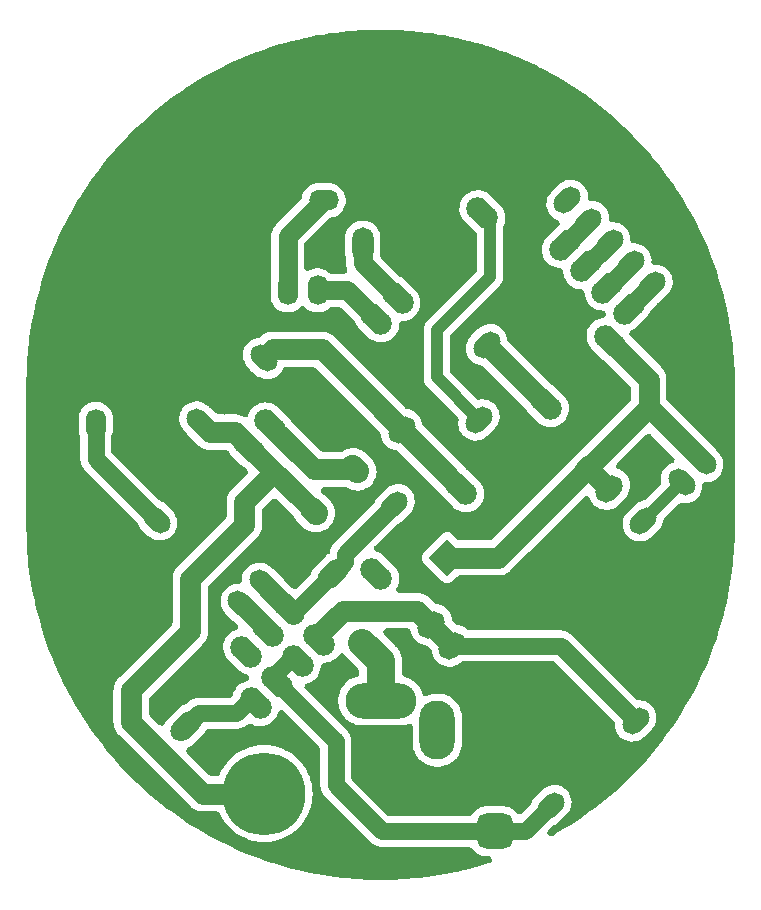
<source format=gbr>
G04 #@! TF.GenerationSoftware,KiCad,Pcbnew,7.0.9*
G04 #@! TF.CreationDate,2024-04-16T12:52:01+01:00*
G04 #@! TF.ProjectId,headphone-pcb,68656164-7068-46f6-9e65-2d7063622e6b,rev?*
G04 #@! TF.SameCoordinates,PX5f5e100PY5f5e100*
G04 #@! TF.FileFunction,Copper,L2,Bot*
G04 #@! TF.FilePolarity,Positive*
%FSLAX46Y46*%
G04 Gerber Fmt 4.6, Leading zero omitted, Abs format (unit mm)*
G04 Created by KiCad (PCBNEW 7.0.9) date 2024-04-16 12:52:01*
%MOMM*%
%LPD*%
G01*
G04 APERTURE LIST*
G04 Aperture macros list*
%AMRoundRect*
0 Rectangle with rounded corners*
0 $1 Rounding radius*
0 $2 $3 $4 $5 $6 $7 $8 $9 X,Y pos of 4 corners*
0 Add a 4 corners polygon primitive as box body*
4,1,4,$2,$3,$4,$5,$6,$7,$8,$9,$2,$3,0*
0 Add four circle primitives for the rounded corners*
1,1,$1+$1,$2,$3*
1,1,$1+$1,$4,$5*
1,1,$1+$1,$6,$7*
1,1,$1+$1,$8,$9*
0 Add four rect primitives between the rounded corners*
20,1,$1+$1,$2,$3,$4,$5,0*
20,1,$1+$1,$4,$5,$6,$7,0*
20,1,$1+$1,$6,$7,$8,$9,0*
20,1,$1+$1,$8,$9,$2,$3,0*%
%AMHorizOval*
0 Thick line with rounded ends*
0 $1 width*
0 $2 $3 position (X,Y) of the first rounded end (center of the circle)*
0 $4 $5 position (X,Y) of the second rounded end (center of the circle)*
0 Add line between two ends*
20,1,$1,$2,$3,$4,$5,0*
0 Add two circle primitives to create the rounded ends*
1,1,$1,$2,$3*
1,1,$1,$4,$5*%
%AMRotRect*
0 Rectangle, with rotation*
0 The origin of the aperture is its center*
0 $1 length*
0 $2 width*
0 $3 Rotation angle, in degrees counterclockwise*
0 Add horizontal line*
21,1,$1,$2,0,0,$3*%
G04 Aperture macros list end*
G04 #@! TA.AperFunction,ComponentPad*
%ADD10HorizOval,1.800000X0.261630X0.261630X-0.261630X-0.261630X0*%
G04 #@! TD*
G04 #@! TA.AperFunction,ComponentPad*
%ADD11HorizOval,1.700000X-0.296985X-0.296985X0.296985X0.296985X0*%
G04 #@! TD*
G04 #@! TA.AperFunction,ComponentPad*
%ADD12O,1.700000X2.540000*%
G04 #@! TD*
G04 #@! TA.AperFunction,ComponentPad*
%ADD13HorizOval,1.700000X-0.296985X0.296985X0.296985X-0.296985X0*%
G04 #@! TD*
G04 #@! TA.AperFunction,ComponentPad*
%ADD14HorizOval,2.000000X-0.190919X0.190919X0.190919X-0.190919X0*%
G04 #@! TD*
G04 #@! TA.AperFunction,ComponentPad*
%ADD15RoundRect,0.750000X0.750000X-0.750000X0.750000X0.750000X-0.750000X0.750000X-0.750000X-0.750000X0*%
G04 #@! TD*
G04 #@! TA.AperFunction,ComponentPad*
%ADD16HorizOval,1.700000X0.296985X0.296985X-0.296985X-0.296985X0*%
G04 #@! TD*
G04 #@! TA.AperFunction,ComponentPad*
%ADD17RotRect,2.200000X2.200000X225.000000*%
G04 #@! TD*
G04 #@! TA.AperFunction,ComponentPad*
%ADD18HorizOval,2.200000X0.000000X0.000000X0.000000X0.000000X0*%
G04 #@! TD*
G04 #@! TA.AperFunction,ComponentPad*
%ADD19HorizOval,1.800000X-0.424264X-0.424264X0.424264X0.424264X0*%
G04 #@! TD*
G04 #@! TA.AperFunction,ComponentPad*
%ADD20HorizOval,1.900000X-0.388909X0.388909X0.388909X-0.388909X0*%
G04 #@! TD*
G04 #@! TA.AperFunction,ComponentPad*
%ADD21HorizOval,1.900000X0.388909X-0.388909X-0.388909X0.388909X0*%
G04 #@! TD*
G04 #@! TA.AperFunction,ComponentPad*
%ADD22O,2.540000X1.700000*%
G04 #@! TD*
G04 #@! TA.AperFunction,ComponentPad*
%ADD23O,6.000000X3.000000*%
G04 #@! TD*
G04 #@! TA.AperFunction,ComponentPad*
%ADD24O,5.000000X3.000000*%
G04 #@! TD*
G04 #@! TA.AperFunction,ComponentPad*
%ADD25O,3.000000X5.000000*%
G04 #@! TD*
G04 #@! TA.AperFunction,ComponentPad*
%ADD26HorizOval,1.700000X0.296985X-0.296985X-0.296985X0.296985X0*%
G04 #@! TD*
G04 #@! TA.AperFunction,ComponentPad*
%ADD27O,1.800000X3.000000*%
G04 #@! TD*
G04 #@! TA.AperFunction,ComponentPad*
%ADD28HorizOval,1.900000X0.388909X0.388909X-0.388909X-0.388909X0*%
G04 #@! TD*
G04 #@! TA.AperFunction,ComponentPad*
%ADD29RotRect,1.727200X1.727200X315.000000*%
G04 #@! TD*
G04 #@! TA.AperFunction,ComponentPad*
%ADD30C,7.000000*%
G04 #@! TD*
G04 #@! TA.AperFunction,ViaPad*
%ADD31C,6.500000*%
G04 #@! TD*
G04 #@! TA.AperFunction,Conductor*
%ADD32C,1.400000*%
G04 #@! TD*
G04 #@! TA.AperFunction,Conductor*
%ADD33C,1.800000*%
G04 #@! TD*
G04 #@! TA.AperFunction,Conductor*
%ADD34C,1.600000*%
G04 #@! TD*
G04 #@! TA.AperFunction,Conductor*
%ADD35C,2.400000*%
G04 #@! TD*
G04 #@! TA.AperFunction,Conductor*
%ADD36C,1.000000*%
G04 #@! TD*
G04 APERTURE END LIST*
D10*
X11186429Y-27963645D03*
X12982480Y-29759696D03*
X24465895Y-14684179D03*
X26261946Y-16480230D03*
X3592102Y-20369318D03*
X5388154Y-22165369D03*
X16871568Y-7089852D03*
X18667619Y-8885904D03*
D11*
X7633218Y-3037422D03*
X449013Y-10221627D03*
D12*
X-8565000Y7925000D03*
X-6025000Y7925000D03*
D11*
X21552615Y-11568665D03*
X14368410Y-18752870D03*
D13*
X-10686505Y-16867016D03*
X-17870710Y-9682811D03*
D14*
X-6375982Y-10760442D03*
X-2840448Y-7224908D03*
D15*
X8966000Y-37870000D03*
X8966000Y-31370000D03*
D16*
X13304214Y17334325D03*
X15100265Y15538274D03*
X16896316Y13742223D03*
X18692368Y11946171D03*
X20488419Y10150120D03*
X22284470Y8354069D03*
D17*
X4939142Y-14711755D03*
D18*
X-2245063Y-21895960D03*
D11*
X20904000Y-28524000D03*
X13719795Y-35708205D03*
D19*
X-4742929Y-16085071D03*
X-6538980Y-14289020D03*
D13*
X24785507Y-8335773D03*
X26581558Y-6539722D03*
X-9070059Y-8066365D03*
X-7274008Y-6270314D03*
D20*
X-13859293Y-24470537D03*
D21*
X-11285424Y-27044406D03*
D20*
X-12063242Y-22674486D03*
D21*
X-9489373Y-25248355D03*
D20*
X-10267191Y-20878434D03*
D21*
X-7693322Y-23452304D03*
D20*
X-8471140Y-19082383D03*
D21*
X-5897270Y-21656252D03*
D13*
X-15987102Y-3222102D03*
X-14191051Y-1426051D03*
X-12395000Y370000D03*
X-10598948Y2166052D03*
D22*
X4648000Y15545000D03*
X-5512000Y15545000D03*
D23*
X-686000Y-26810210D03*
D24*
X-686000Y-32810210D03*
D25*
X4114000Y-29310210D03*
D19*
X-17192193Y-28979484D03*
X-18988244Y-27183433D03*
D16*
X1091067Y-3859079D03*
X8275272Y3325126D03*
D26*
X-19666761Y-11478862D03*
X-12482556Y-18663067D03*
D27*
X-2210000Y11735000D03*
X330000Y11735000D03*
D20*
X6125667Y-8893680D03*
X7921718Y14454986D03*
X737514Y7270781D03*
X-1058538Y5474730D03*
X-10038794Y-3505526D03*
X-11834845Y-5301578D03*
X-1058538Y-16077885D03*
D28*
X20303157Y6372755D03*
D29*
X2887118Y8713279D03*
X17255528Y1529074D03*
X12765400Y13203407D03*
X10969348Y14999458D03*
D20*
X18698026Y3678678D03*
D28*
X16711055Y9964858D03*
X18507106Y8168807D03*
D20*
X13309872Y-1709475D03*
D28*
X14915004Y11760909D03*
D12*
X-27356000Y-3378000D03*
X-24816000Y-3378000D03*
D30*
X-10561000Y-34680663D03*
D31*
X-21552615Y-16956819D03*
D32*
X-24816000Y-6329623D02*
X-19666761Y-11478862D01*
X-24816000Y-3378000D02*
X-24816000Y-6329622D01*
X-24816000Y-3378000D02*
X-24816000Y-6329623D01*
D33*
X15176633Y-8784785D02*
X22001628Y-1959791D01*
X9249663Y-14711755D02*
X4939142Y-14711755D01*
X15176633Y-8784785D02*
X16871567Y-7089851D01*
X22001628Y-1959791D02*
X26581558Y-6539721D01*
X22001628Y375077D02*
X19051579Y3325126D01*
X18667620Y-8885902D02*
X16871567Y-7089851D01*
X15176633Y-8784785D02*
X9249663Y-14711755D01*
X22001628Y-1959791D02*
X22001628Y375077D01*
D34*
X14561451Y11407356D02*
X14561451Y11407358D01*
X14561451Y11407358D02*
X16896316Y13742223D01*
D33*
X13663425Y-2063028D02*
X8275271Y3325126D01*
D32*
X14545369Y-22165369D02*
X5388154Y-22165369D01*
D33*
X3592103Y-20369316D02*
X5388154Y-22165369D01*
X-5960912Y-21267342D02*
X-6286180Y-21267342D01*
D32*
X20904000Y-28524000D02*
X14545369Y-22165369D01*
D33*
X5388154Y-22165369D02*
X2418745Y-19195960D01*
X-3889530Y-19195960D02*
X-5960912Y-21267342D01*
X2418745Y-19195960D02*
X-3889530Y-19195960D01*
X-608981Y-26810211D02*
X-628618Y-26790574D01*
D35*
X-686000Y-26810210D02*
X-686000Y-23455023D01*
X-686000Y-23455023D02*
X-2245063Y-21895960D01*
D33*
X-9878282Y-21267343D02*
X-9878282Y-21183814D01*
X-9878282Y-21183814D02*
X-12440792Y-18621303D01*
D32*
X-12901179Y-27882343D02*
X-11674333Y-26655497D01*
X-16095052Y-27882343D02*
X-12901179Y-27882343D01*
X-17192193Y-28979484D02*
X-16095052Y-27882343D01*
X-3697447Y-15039589D02*
X-4742929Y-16085071D01*
D33*
X-8082230Y-19471292D02*
X-10686505Y-16867016D01*
D32*
X-8082231Y-19471292D02*
X-8082231Y-19424373D01*
X-8082231Y-19424373D02*
X-4742929Y-16085071D01*
X449013Y-10221627D02*
X-3697447Y-14368087D01*
X-3697447Y-14368087D02*
X-3697447Y-15039589D01*
D36*
X24785507Y-8335773D02*
X21552615Y-11568665D01*
D33*
X-12233318Y-11907705D02*
X-12233318Y-9972389D01*
X-16802614Y-16477001D02*
X-12233318Y-11907705D01*
X-11481292Y-5655130D02*
X-9698677Y-7437747D01*
X-21812508Y-28601809D02*
X-21812507Y-25937075D01*
X-13063386Y-4073036D02*
X-15136168Y-4073036D01*
X-11481292Y-5655130D02*
X-13063386Y-4073036D01*
X-16802614Y-20927181D02*
X-16802614Y-16477001D01*
X-9698677Y-7437747D02*
X-7902625Y-9233798D01*
X-21812507Y-25937075D02*
X-16802614Y-20927181D01*
X-6375982Y-10760442D02*
X-9070059Y-8066365D01*
X-15136168Y-4073036D02*
X-15987102Y-3222102D01*
X-15733653Y-34680664D02*
X-21812508Y-28601809D01*
X-12233318Y-9972389D02*
X-9698677Y-7437747D01*
X-9722988Y-34680663D02*
X-15733653Y-34680664D01*
X-9685241Y-3859079D02*
X-7902625Y-5641696D01*
X-7274007Y-6270314D02*
X-6319413Y-7224908D01*
X-7274007Y-6270314D02*
X-9685241Y-3859079D01*
X-6319413Y-7224908D02*
X-2840448Y-7224908D01*
X-5693498Y2925485D02*
X-9839514Y2925485D01*
X-1885853Y-882159D02*
X-5693498Y2925485D01*
X6479220Y-9247233D02*
X-1885853Y-882159D01*
X-9839514Y2925485D02*
X-10598948Y2166051D01*
D36*
X4041115Y2350732D02*
X4041115Y4562463D01*
X4041115Y554681D02*
X7633218Y-3037422D01*
X8564576Y13812129D02*
X8275271Y14101433D01*
X4041115Y2350732D02*
X4041115Y554681D01*
X4041115Y4562463D02*
X8564576Y9085924D01*
X8564576Y9085924D02*
X8564576Y13812129D01*
D34*
X-8565000Y12492000D02*
X-8565000Y7925000D01*
X-5512000Y15545000D02*
X-8565000Y12492000D01*
X-3508808Y7925000D02*
X-704985Y5121177D01*
X-6025000Y7925000D02*
X-3508808Y7925000D01*
X16357502Y9611305D02*
X18692368Y11946171D01*
X18153553Y7815254D02*
X20488419Y10150120D01*
X19949604Y6019202D02*
X19949604Y6019203D01*
X19949604Y6019203D02*
X22284470Y8354069D01*
X-2210000Y10218295D02*
X-2210000Y11735000D01*
X1091067Y6917228D02*
X-2210000Y10218295D01*
D32*
X-4486000Y-33970008D02*
X-586008Y-37870000D01*
X8966000Y-37870000D02*
X11558000Y-37870000D01*
X6680000Y-37870000D02*
X3124000Y-37870000D01*
X3124000Y-37870000D02*
X1600000Y-37870000D01*
X-9878282Y-24859446D02*
X-8082231Y-23063395D01*
X6680000Y-37870000D02*
X8966000Y-37870000D01*
X1600000Y-37870000D02*
X99992Y-37870000D01*
X-586008Y-37870000D02*
X1600000Y-37870000D01*
X-9878282Y-24859446D02*
X-4486000Y-30251728D01*
X-586008Y-37870000D02*
X3124000Y-37870000D01*
X-4486000Y-30251728D02*
X-4486000Y-33970008D01*
X11558000Y-37870000D02*
X13719795Y-35708205D01*
G04 #@! TA.AperFunction,Conductor*
G36*
X384752Y29980385D02*
G01*
X1158665Y29938903D01*
X1464780Y29922113D01*
X2150826Y29860721D01*
X2363927Y29841204D01*
X2543585Y29824750D01*
X2593622Y29818466D01*
X3189577Y29743611D01*
X3618112Y29688519D01*
X4239979Y29587748D01*
X4687014Y29513593D01*
X5262651Y29399092D01*
X5291933Y29393267D01*
X5748910Y29300198D01*
X6340379Y29160431D01*
X6802390Y29048619D01*
X7382193Y28889557D01*
X7846056Y28759191D01*
X8244650Y28634383D01*
X8415036Y28581032D01*
X8878609Y28432278D01*
X9437267Y28235195D01*
X9898627Y28068333D01*
X10447062Y27852550D01*
X10904854Y27667807D01*
X11443005Y27433558D01*
X11666924Y27333536D01*
X11895942Y27231237D01*
X12423552Y26978808D01*
X12840800Y26773834D01*
X12870614Y26759187D01*
X13387425Y26488848D01*
X13827590Y26252281D01*
X14333269Y25964325D01*
X14765582Y25711208D01*
X15259799Y25405919D01*
X15683409Y25136655D01*
X16165715Y24814388D01*
X16579940Y24529327D01*
X17049803Y24190508D01*
X17453861Y23890123D01*
X17801821Y23619819D01*
X17910959Y23535038D01*
X18304147Y23219800D01*
X18747978Y22848880D01*
X19129668Y22519251D01*
X19349101Y22322145D01*
X19559749Y22132929D01*
X19929323Y21789417D01*
X20345254Y21388076D01*
X20702075Y21031255D01*
X21103416Y20615324D01*
X21446928Y20245750D01*
X21833235Y19815686D01*
X22162874Y19433983D01*
X22323824Y19241397D01*
X22533790Y18990159D01*
X22849037Y18596960D01*
X23127826Y18238077D01*
X23204082Y18139913D01*
X23204109Y18139879D01*
X23504514Y17735794D01*
X23843320Y17265950D01*
X24039677Y16980621D01*
X24128397Y16851702D01*
X24342839Y16530767D01*
X24450639Y16369432D01*
X24719897Y15945835D01*
X24899411Y15655228D01*
X25025207Y15451583D01*
X25278324Y15019270D01*
X25566280Y14513591D01*
X25802847Y14073426D01*
X26073186Y13556615D01*
X26292799Y13109571D01*
X26545230Y12581955D01*
X26747557Y12129006D01*
X26981806Y11590855D01*
X27166547Y11133070D01*
X27382324Y10584650D01*
X27549212Y10123216D01*
X27746276Y9564613D01*
X27895031Y9101037D01*
X28073189Y8532059D01*
X28203569Y8068148D01*
X28362605Y7488437D01*
X28362616Y7488399D01*
X28474451Y7026288D01*
X28545525Y6725519D01*
X28613721Y6436925D01*
X28614192Y6434935D01*
X28644261Y6287298D01*
X28707266Y5977934D01*
X28827588Y5373039D01*
X28901754Y4925937D01*
X29002518Y4304116D01*
X29057650Y3875259D01*
X29138749Y3229586D01*
X29174757Y2836405D01*
X29236111Y2150792D01*
X29252904Y1844641D01*
X29294385Y1070752D01*
X29313500Y0D01*
X29313500Y-12000000D01*
X29294385Y-13070752D01*
X29252904Y-13844640D01*
X29236111Y-14150791D01*
X29174757Y-14836404D01*
X29138749Y-15229585D01*
X29057650Y-15875258D01*
X29002518Y-16304115D01*
X28901754Y-16925936D01*
X28827588Y-17373038D01*
X28707266Y-17977933D01*
X28614199Y-18434902D01*
X28590467Y-18535332D01*
X28474451Y-19026287D01*
X28362616Y-19488398D01*
X28203574Y-20068129D01*
X28073189Y-20532058D01*
X27895031Y-21101036D01*
X27746276Y-21564612D01*
X27549212Y-22123215D01*
X27382324Y-22584649D01*
X27166547Y-23133069D01*
X26981806Y-23590854D01*
X26747557Y-24129005D01*
X26545230Y-24581954D01*
X26292799Y-25109570D01*
X26073186Y-25556614D01*
X25802847Y-26073425D01*
X25566280Y-26513590D01*
X25278324Y-27019269D01*
X25025207Y-27451582D01*
X24719909Y-27945815D01*
X24450646Y-28369421D01*
X24128408Y-28851685D01*
X23843320Y-29265949D01*
X23504514Y-29735793D01*
X23204109Y-30139878D01*
X22849037Y-30596959D01*
X22533790Y-30990158D01*
X22162887Y-31433968D01*
X21833235Y-31815685D01*
X21446928Y-32245749D01*
X21103416Y-32615323D01*
X20702075Y-33031254D01*
X20345254Y-33388075D01*
X19929323Y-33789416D01*
X19559749Y-34132928D01*
X19129685Y-34519235D01*
X18747968Y-34848887D01*
X18304158Y-35219790D01*
X17910959Y-35535037D01*
X17453878Y-35890109D01*
X17049793Y-36190514D01*
X16579949Y-36529320D01*
X16165685Y-36814408D01*
X15683421Y-37136646D01*
X15259815Y-37405909D01*
X14765582Y-37711207D01*
X14333269Y-37964324D01*
X13869272Y-38228544D01*
X13765421Y-38264446D01*
X13655613Y-38260409D01*
X13554679Y-38216977D01*
X13476249Y-38140016D01*
X13430918Y-38039920D01*
X13424806Y-37930208D01*
X13458740Y-37825697D01*
X13509888Y-37757295D01*
X13841208Y-37425975D01*
X13931858Y-37363880D01*
X13943913Y-37358868D01*
X14062048Y-37312773D01*
X14268550Y-37189723D01*
X14406045Y-37073271D01*
X14406046Y-37073271D01*
X14530838Y-36948479D01*
X15084857Y-36394459D01*
X15201313Y-36256960D01*
X15324362Y-36050458D01*
X15411744Y-35826519D01*
X15461074Y-35591251D01*
X15471008Y-35351073D01*
X15441274Y-35112535D01*
X15372684Y-34882145D01*
X15267108Y-34666186D01*
X15127427Y-34470550D01*
X14957450Y-34300573D01*
X14761814Y-34160892D01*
X14545855Y-34055316D01*
X14315465Y-33986726D01*
X14315462Y-33986725D01*
X14315460Y-33986725D01*
X14076929Y-33956992D01*
X14076928Y-33956991D01*
X13836753Y-33966925D01*
X13601479Y-34016256D01*
X13377543Y-34103637D01*
X13377541Y-34103638D01*
X13171047Y-34226681D01*
X13171040Y-34226687D01*
X13033541Y-34343143D01*
X12494540Y-34882143D01*
X12354729Y-35021954D01*
X12354729Y-35021955D01*
X12238275Y-35159452D01*
X12115226Y-35365952D01*
X12069141Y-35484057D01*
X12011068Y-35577340D01*
X12002021Y-35586792D01*
X11247682Y-36341132D01*
X11157030Y-36403230D01*
X11050066Y-36428388D01*
X10941238Y-36413207D01*
X10845242Y-36359738D01*
X10791329Y-36301204D01*
X10754495Y-36248599D01*
X10587400Y-36081504D01*
X10477908Y-36004837D01*
X10393830Y-35945965D01*
X10393828Y-35945964D01*
X10393821Y-35945960D01*
X10179665Y-35846098D01*
X10179663Y-35846097D01*
X10073730Y-35817712D01*
X9951410Y-35784937D01*
X9774968Y-35769500D01*
X9774966Y-35769500D01*
X8157034Y-35769500D01*
X8157032Y-35769500D01*
X7980590Y-35784937D01*
X7980589Y-35784937D01*
X7825404Y-35826519D01*
X7752337Y-35846097D01*
X7752336Y-35846097D01*
X7752334Y-35846098D01*
X7752333Y-35846098D01*
X7538178Y-35945960D01*
X7538171Y-35945964D01*
X7344599Y-36081504D01*
X7177504Y-36248599D01*
X7042085Y-36441999D01*
X6963593Y-36518896D01*
X6862623Y-36562245D01*
X6797158Y-36569500D01*
X76527Y-36569500D01*
X-31484Y-36549309D01*
X-124908Y-36491464D01*
X-134898Y-36481925D01*
X-3097925Y-33518898D01*
X-3160023Y-33428245D01*
X-3185181Y-33321282D01*
X-3185500Y-33307473D01*
X-3185500Y-30372832D01*
X-3185499Y-30372811D01*
X-3185499Y-30137951D01*
X-3185499Y-30137949D01*
X-3194269Y-30088216D01*
X-3195965Y-30075334D01*
X-3200365Y-30025036D01*
X-3213433Y-29976268D01*
X-3216252Y-29963550D01*
X-3225015Y-29913848D01*
X-3234035Y-29889066D01*
X-3242278Y-29866421D01*
X-3246199Y-29853983D01*
X-3259261Y-29805232D01*
X-3273291Y-29775146D01*
X-3280587Y-29759499D01*
X-3285582Y-29747441D01*
X-3299374Y-29709547D01*
X-3302844Y-29700013D01*
X-3328087Y-29656292D01*
X-3334095Y-29644753D01*
X-3355432Y-29598994D01*
X-3384382Y-29557650D01*
X-3391391Y-29546646D01*
X-3402969Y-29526594D01*
X-3416624Y-29502942D01*
X-3438641Y-29476703D01*
X-3449059Y-29464287D01*
X-3457004Y-29453933D01*
X-3485948Y-29412595D01*
X-3485949Y-29412594D01*
X-3485951Y-29412592D01*
X-3485953Y-29412589D01*
X-3646861Y-29251681D01*
X-3646862Y-29251680D01*
X-3651525Y-29247017D01*
X-3651551Y-29246993D01*
X-7054719Y-25843824D01*
X-7116817Y-25753171D01*
X-7141975Y-25646208D01*
X-7126794Y-25537379D01*
X-7073325Y-25441384D01*
X-6988789Y-25371186D01*
X-6920687Y-25343590D01*
X-6782210Y-25306485D01*
X-6553926Y-25203743D01*
X-6345080Y-25065711D01*
X-6161080Y-24895967D01*
X-6006691Y-24698904D01*
X-5885912Y-24479628D01*
X-5801872Y-24243818D01*
X-5756748Y-23997579D01*
X-5755207Y-23921080D01*
X-5754636Y-23892735D01*
X-5732275Y-23785152D01*
X-5672560Y-23692912D01*
X-5583557Y-23628472D01*
X-5485752Y-23601269D01*
X-5477040Y-23600388D01*
X-5477037Y-23600389D01*
X-5227966Y-23575226D01*
X-4986158Y-23510433D01*
X-4757874Y-23407691D01*
X-4549028Y-23269659D01*
X-4365028Y-23099915D01*
X-4211087Y-22903422D01*
X-4128584Y-22830854D01*
X-4025433Y-22792986D01*
X-3915568Y-22794938D01*
X-3813828Y-22836446D01*
X-3733952Y-22911904D01*
X-3722553Y-22928746D01*
X-3697813Y-22968119D01*
X-3697804Y-22968132D01*
X-3565853Y-23121462D01*
X-3565854Y-23121462D01*
X-2574075Y-24113240D01*
X-2511977Y-24203893D01*
X-2486819Y-24310856D01*
X-2486500Y-24324665D01*
X-2486500Y-24484027D01*
X-2506691Y-24592038D01*
X-2564536Y-24685462D01*
X-2652224Y-24751681D01*
X-2724662Y-24776772D01*
X-2754020Y-24782873D01*
X-2754029Y-24782875D01*
X-2754032Y-24782876D01*
X-2754035Y-24782876D01*
X-2754035Y-24782877D01*
X-3024797Y-24879106D01*
X-3024810Y-24879111D01*
X-3279933Y-25011306D01*
X-3514706Y-25177026D01*
X-3724708Y-25373156D01*
X-3906050Y-25596056D01*
X-3906059Y-25596068D01*
X-4055360Y-25841582D01*
X-4055364Y-25841589D01*
X-4169843Y-26105148D01*
X-4247372Y-26381854D01*
X-4286500Y-26666531D01*
X-4286500Y-26953888D01*
X-4247372Y-27238565D01*
X-4247371Y-27238568D01*
X-4182133Y-27471409D01*
X-4169843Y-27515271D01*
X-4055364Y-27778830D01*
X-4055360Y-27778837D01*
X-3932859Y-27980281D01*
X-3906055Y-28024357D01*
X-3906050Y-28024363D01*
X-3724708Y-28247263D01*
X-3514706Y-28443393D01*
X-3514700Y-28443397D01*
X-3514698Y-28443399D01*
X-3378428Y-28539588D01*
X-3279933Y-28609113D01*
X-3024810Y-28741308D01*
X-3024801Y-28741312D01*
X-3024797Y-28741314D01*
X-2871359Y-28795846D01*
X-2754033Y-28837544D01*
X-2538220Y-28882390D01*
X-2472686Y-28896008D01*
X-2257752Y-28910710D01*
X-2257747Y-28910710D01*
X885747Y-28910710D01*
X885752Y-28910710D01*
X1100686Y-28896008D01*
X1382032Y-28837544D01*
X1614374Y-28754969D01*
X1722906Y-28737824D01*
X1830307Y-28761044D01*
X1922067Y-28821493D01*
X1985795Y-28911007D01*
X2012882Y-29017499D01*
X2013500Y-29036706D01*
X2013500Y-30381957D01*
X2028201Y-30596895D01*
X2086665Y-30878242D01*
X2182897Y-31149010D01*
X2182901Y-31149019D01*
X2315096Y-31404142D01*
X2480816Y-31638915D01*
X2645909Y-31815685D01*
X2676947Y-31848918D01*
X2899853Y-32030265D01*
X2899858Y-32030268D01*
X3145372Y-32179569D01*
X3145379Y-32179573D01*
X3277158Y-32236812D01*
X3408942Y-32294054D01*
X3685642Y-32371581D01*
X3970322Y-32410710D01*
X4257678Y-32410710D01*
X4542358Y-32371581D01*
X4819058Y-32294054D01*
X5082625Y-32179571D01*
X5328147Y-32030265D01*
X5551053Y-31848918D01*
X5675534Y-31715631D01*
X5747183Y-31638915D01*
X5747184Y-31638912D01*
X5747189Y-31638908D01*
X5912901Y-31404146D01*
X6045104Y-31149007D01*
X6141334Y-30878242D01*
X6199798Y-30596896D01*
X6214500Y-30381962D01*
X6214500Y-28238458D01*
X6199798Y-28023524D01*
X6180016Y-27928327D01*
X6141334Y-27742177D01*
X6060690Y-27515268D01*
X6045104Y-27471413D01*
X6045102Y-27471409D01*
X6045098Y-27471400D01*
X5912903Y-27216277D01*
X5839417Y-27112170D01*
X5747189Y-26981512D01*
X5747187Y-26981510D01*
X5747183Y-26981504D01*
X5551053Y-26771502D01*
X5526805Y-26751775D01*
X5328147Y-26590155D01*
X5328143Y-26590152D01*
X5328141Y-26590151D01*
X5082627Y-26440850D01*
X5082620Y-26440846D01*
X4819061Y-26326367D01*
X4819059Y-26326366D01*
X4819058Y-26326366D01*
X4680708Y-26287602D01*
X4542355Y-26248838D01*
X4257678Y-26209710D01*
X3970322Y-26209710D01*
X3685644Y-26248838D01*
X3408935Y-26326368D01*
X3233921Y-26402387D01*
X3126808Y-26426900D01*
X3018073Y-26411063D01*
X2922402Y-26357016D01*
X2852715Y-26272058D01*
X2826888Y-26208810D01*
X2797844Y-26105152D01*
X2683363Y-25841589D01*
X2683359Y-25841582D01*
X2628180Y-25750845D01*
X2534055Y-25596063D01*
X2352708Y-25373157D01*
X2341540Y-25362727D01*
X2142705Y-25177026D01*
X2101955Y-25148262D01*
X2047090Y-25109534D01*
X1907932Y-25011306D01*
X1652809Y-24879111D01*
X1652799Y-24879107D01*
X1652797Y-24879106D01*
X1382032Y-24782876D01*
X1382024Y-24782874D01*
X1382019Y-24782873D01*
X1352662Y-24776772D01*
X1251019Y-24735027D01*
X1171319Y-24659382D01*
X1124327Y-24560055D01*
X1114500Y-24484027D01*
X1114500Y-23488698D01*
X1115354Y-23465869D01*
X1118286Y-23387511D01*
X1106950Y-23286904D01*
X1099383Y-23185920D01*
X1093727Y-23161145D01*
X1090917Y-23144602D01*
X1088073Y-23119360D01*
X1088072Y-23119350D01*
X1061868Y-23021559D01*
X1039334Y-22922828D01*
X1030043Y-22899156D01*
X1024806Y-22883242D01*
X1018227Y-22858688D01*
X977736Y-22765880D01*
X940743Y-22671625D01*
X928041Y-22649624D01*
X920480Y-22634646D01*
X910315Y-22611348D01*
X856435Y-22525598D01*
X805815Y-22437921D01*
X789969Y-22418051D01*
X780260Y-22404367D01*
X766741Y-22382851D01*
X737544Y-22348923D01*
X700685Y-22306091D01*
X637564Y-22226941D01*
X637555Y-22226932D01*
X563340Y-22158071D01*
X-387846Y-21206885D01*
X-449944Y-21116232D01*
X-475102Y-21009269D01*
X-459921Y-20900440D01*
X-406452Y-20804445D01*
X-321916Y-20734247D01*
X-217730Y-20699327D01*
X-176421Y-20696460D01*
X1563015Y-20696460D01*
X1671026Y-20716651D01*
X1764450Y-20774496D01*
X1830669Y-20862184D01*
X1855651Y-20934100D01*
X1856872Y-20939926D01*
X1907797Y-21110977D01*
X1927828Y-21178261D01*
X2037043Y-21401664D01*
X2037044Y-21401666D01*
X2037046Y-21401669D01*
X2037050Y-21401676D01*
X2181531Y-21604033D01*
X2181534Y-21604037D01*
X2181537Y-21604040D01*
X2181540Y-21604044D01*
X2357376Y-21779880D01*
X2357379Y-21779882D01*
X2357382Y-21779885D01*
X2357386Y-21779888D01*
X2559743Y-21924369D01*
X2559750Y-21924373D01*
X2559756Y-21924377D01*
X2783159Y-22033592D01*
X3021491Y-22104547D01*
X3129620Y-22118024D01*
X3234303Y-22151419D01*
X3304061Y-22203303D01*
X3554167Y-22453409D01*
X3616265Y-22544062D01*
X3639446Y-22627848D01*
X3642161Y-22649624D01*
X3652925Y-22735980D01*
X3723880Y-22974312D01*
X3833095Y-23197715D01*
X3833096Y-23197717D01*
X3833098Y-23197720D01*
X3833102Y-23197727D01*
X3977583Y-23400084D01*
X3977586Y-23400088D01*
X3977589Y-23400091D01*
X3977592Y-23400095D01*
X4153428Y-23575931D01*
X4153431Y-23575933D01*
X4153434Y-23575936D01*
X4153438Y-23575939D01*
X4355795Y-23720420D01*
X4355802Y-23720424D01*
X4355808Y-23720428D01*
X4579211Y-23829643D01*
X4817543Y-23900598D01*
X5064301Y-23931355D01*
X5064302Y-23931356D01*
X5064302Y-23931355D01*
X5064303Y-23931356D01*
X5312761Y-23921080D01*
X5556138Y-23870048D01*
X5659688Y-23829643D01*
X5787792Y-23779658D01*
X5787795Y-23779655D01*
X5787798Y-23779655D01*
X6001418Y-23652365D01*
X6061747Y-23601269D01*
X6137978Y-23536706D01*
X6233449Y-23482306D01*
X6331220Y-23465869D01*
X13882834Y-23465869D01*
X13990845Y-23486060D01*
X14084269Y-23543905D01*
X14094259Y-23553444D01*
X19070737Y-28529922D01*
X19132835Y-28620575D01*
X19157993Y-28727538D01*
X19158057Y-28753702D01*
X19152787Y-28881132D01*
X19182521Y-29119673D01*
X19244778Y-29328790D01*
X19251111Y-29350061D01*
X19356687Y-29566019D01*
X19496368Y-29761655D01*
X19666345Y-29931632D01*
X19861981Y-30071313D01*
X20077939Y-30176889D01*
X20209140Y-30215949D01*
X20308326Y-30245478D01*
X20308327Y-30245478D01*
X20308330Y-30245479D01*
X20546865Y-30275212D01*
X20546866Y-30275213D01*
X20546867Y-30275212D01*
X20546868Y-30275213D01*
X20787046Y-30265279D01*
X21022314Y-30215949D01*
X21246253Y-30128568D01*
X21452755Y-30005518D01*
X21590250Y-29889066D01*
X21590251Y-29889066D01*
X21756329Y-29722988D01*
X22269062Y-29210254D01*
X22385518Y-29072755D01*
X22508567Y-28866253D01*
X22595949Y-28642314D01*
X22645279Y-28407046D01*
X22655213Y-28166868D01*
X22625479Y-27928330D01*
X22556889Y-27697940D01*
X22451313Y-27481981D01*
X22311632Y-27286345D01*
X22141655Y-27116368D01*
X21946019Y-26976687D01*
X21730060Y-26871111D01*
X21499670Y-26802521D01*
X21499667Y-26802520D01*
X21499665Y-26802520D01*
X21261134Y-26772787D01*
X21261132Y-26772786D01*
X21133702Y-26778057D01*
X21024949Y-26762346D01*
X20929214Y-26708410D01*
X20909922Y-26690737D01*
X15550012Y-21330827D01*
X15550003Y-21330817D01*
X15384509Y-21165323D01*
X15384508Y-21165322D01*
X15343157Y-21136368D01*
X15332817Y-21128433D01*
X15294158Y-21095994D01*
X15294153Y-21095991D01*
X15250441Y-21070754D01*
X15239438Y-21063744D01*
X15235626Y-21061075D01*
X15198103Y-21034801D01*
X15152365Y-21013472D01*
X15140803Y-21007454D01*
X15097084Y-20982213D01*
X15097079Y-20982211D01*
X15049656Y-20964951D01*
X15037599Y-20959956D01*
X14991870Y-20938631D01*
X14943106Y-20925565D01*
X14930672Y-20921644D01*
X14911029Y-20914495D01*
X14883254Y-20904385D01*
X14883249Y-20904384D01*
X14833548Y-20895620D01*
X14820813Y-20892796D01*
X14811122Y-20890200D01*
X14772064Y-20879734D01*
X14772068Y-20879734D01*
X14721786Y-20875334D01*
X14708855Y-20873632D01*
X14659155Y-20864868D01*
X14659148Y-20864868D01*
X14431590Y-20864868D01*
X14425466Y-20864868D01*
X14425442Y-20864869D01*
X6856791Y-20864869D01*
X6748780Y-20844678D01*
X6655356Y-20786833D01*
X6645366Y-20777294D01*
X6622880Y-20754808D01*
X6591302Y-20732261D01*
X6420500Y-20610310D01*
X6197097Y-20501095D01*
X5958765Y-20430141D01*
X5850633Y-20416661D01*
X5745950Y-20383265D01*
X5676196Y-20331383D01*
X5426086Y-20081273D01*
X5363988Y-19990620D01*
X5340807Y-19906831D01*
X5327330Y-19798707D01*
X5256376Y-19560375D01*
X5147161Y-19336972D01*
X5002664Y-19134593D01*
X4826827Y-18958756D01*
X4624448Y-18814259D01*
X4401045Y-18705044D01*
X4401043Y-18705043D01*
X4162714Y-18634090D01*
X4162708Y-18634088D01*
X4054583Y-18620610D01*
X3949899Y-18587213D01*
X3880145Y-18535332D01*
X3552199Y-18207386D01*
X3539930Y-18193493D01*
X3526483Y-18176216D01*
X3526482Y-18176215D01*
X3526475Y-18176208D01*
X3457824Y-18113011D01*
X3435874Y-18091061D01*
X3435871Y-18091058D01*
X3412180Y-18070993D01*
X3372753Y-18034698D01*
X3343534Y-18007799D01*
X3343525Y-18007792D01*
X3325206Y-17995824D01*
X3310344Y-17984742D01*
X3293639Y-17970594D01*
X3293635Y-17970591D01*
X3245209Y-17941736D01*
X3213465Y-17922820D01*
X3135352Y-17871787D01*
X3135347Y-17871784D01*
X3135344Y-17871783D01*
X3115307Y-17862993D01*
X3098825Y-17854509D01*
X3080021Y-17843305D01*
X3080020Y-17843304D01*
X3080019Y-17843304D01*
X2993080Y-17809380D01*
X2970110Y-17799304D01*
X2907631Y-17771898D01*
X2907618Y-17771894D01*
X2886393Y-17766519D01*
X2868741Y-17760863D01*
X2848364Y-17752912D01*
X2757033Y-17733761D01*
X2666569Y-17710852D01*
X2666561Y-17710851D01*
X2644751Y-17709043D01*
X2626413Y-17706371D01*
X2604989Y-17701880D01*
X2604986Y-17701879D01*
X2604982Y-17701879D01*
X2511735Y-17698022D01*
X2480812Y-17695460D01*
X2480809Y-17695460D01*
X2449780Y-17695460D01*
X2356524Y-17691603D01*
X2356523Y-17691603D01*
X2346092Y-17692903D01*
X2334797Y-17694311D01*
X2316289Y-17695460D01*
X929805Y-17695460D01*
X821794Y-17675269D01*
X728370Y-17617424D01*
X662151Y-17529736D01*
X632080Y-17424048D01*
X642219Y-17314635D01*
X667904Y-17252206D01*
X748872Y-17105209D01*
X832912Y-16869399D01*
X878036Y-16623160D01*
X883077Y-16372873D01*
X847904Y-16125018D01*
X773428Y-15886013D01*
X661577Y-15662052D01*
X515248Y-15458933D01*
X-231930Y-14711755D01*
X2777825Y-14711755D01*
X2798463Y-14868517D01*
X2798464Y-14868521D01*
X2858968Y-15014591D01*
X2858975Y-15014602D01*
X2931049Y-15108530D01*
X2931057Y-15108540D01*
X2931061Y-15108544D01*
X2931062Y-15108545D01*
X4542358Y-16719840D01*
X4636299Y-16791925D01*
X4636300Y-16791925D01*
X4636301Y-16791926D01*
X4782380Y-16852434D01*
X4939142Y-16873072D01*
X5095904Y-16852434D01*
X5241983Y-16791926D01*
X5335927Y-16719840D01*
X5755937Y-16299830D01*
X5846590Y-16237732D01*
X5953553Y-16212574D01*
X5967362Y-16212255D01*
X9147207Y-16212255D01*
X9165715Y-16213403D01*
X9187442Y-16216112D01*
X9280698Y-16212255D01*
X9311730Y-16212255D01*
X9342653Y-16209692D01*
X9435900Y-16205836D01*
X9457334Y-16201341D01*
X9475664Y-16198670D01*
X9497484Y-16196863D01*
X9587951Y-16173953D01*
X9679277Y-16154804D01*
X9699661Y-16146849D01*
X9717326Y-16141191D01*
X9727115Y-16138712D01*
X9738544Y-16135818D01*
X9823998Y-16098334D01*
X9910937Y-16064411D01*
X9929748Y-16053201D01*
X9946228Y-16044718D01*
X9966270Y-16035928D01*
X10044383Y-15984894D01*
X10124557Y-15937121D01*
X10141262Y-15922971D01*
X10156113Y-15911897D01*
X10174448Y-15899919D01*
X10243098Y-15836721D01*
X10266787Y-15816659D01*
X10266789Y-15816657D01*
X10288741Y-15794704D01*
X10295002Y-15788940D01*
X10357401Y-15731499D01*
X10370851Y-15714216D01*
X10383121Y-15700324D01*
X11829137Y-14254308D01*
X16191338Y-9892105D01*
X16191351Y-9892094D01*
X16193755Y-9889689D01*
X16193759Y-9889687D01*
X16507498Y-9575946D01*
X16598148Y-9513850D01*
X16705111Y-9488692D01*
X16813940Y-9503873D01*
X16909935Y-9557342D01*
X16980134Y-9641877D01*
X16997776Y-9683740D01*
X16998848Y-9683323D01*
X17003342Y-9694842D01*
X17040672Y-9771200D01*
X17112560Y-9918250D01*
X17112561Y-9918252D01*
X17112563Y-9918255D01*
X17112567Y-9918262D01*
X17257048Y-10120619D01*
X17257051Y-10120623D01*
X17257054Y-10120626D01*
X17257057Y-10120630D01*
X17432893Y-10296466D01*
X17432896Y-10296468D01*
X17432899Y-10296471D01*
X17432903Y-10296474D01*
X17635260Y-10440955D01*
X17635267Y-10440959D01*
X17635273Y-10440963D01*
X17858676Y-10550178D01*
X18097008Y-10621133D01*
X18343766Y-10651890D01*
X18343767Y-10651891D01*
X18343767Y-10651890D01*
X18343768Y-10651891D01*
X18592226Y-10641615D01*
X18835603Y-10590583D01*
X18953123Y-10544727D01*
X19067257Y-10500193D01*
X19067260Y-10500190D01*
X19067263Y-10500190D01*
X19280883Y-10372900D01*
X19382606Y-10286744D01*
X19423112Y-10252439D01*
X19423113Y-10252439D01*
X20034146Y-9641404D01*
X20034147Y-9641403D01*
X20040333Y-9634100D01*
X20154615Y-9499168D01*
X20281904Y-9285548D01*
X20372298Y-9053888D01*
X20423329Y-8810511D01*
X20433606Y-8562053D01*
X20402847Y-8315293D01*
X20395595Y-8290935D01*
X20334892Y-8087035D01*
X20331893Y-8076961D01*
X20222678Y-7853558D01*
X20078181Y-7651179D01*
X19902344Y-7475342D01*
X19699965Y-7330845D01*
X19476562Y-7221630D01*
X19476557Y-7221628D01*
X19476556Y-7221628D01*
X19465037Y-7217133D01*
X19466002Y-7214657D01*
X19386012Y-7173605D01*
X19312978Y-7091507D01*
X19274533Y-6988570D01*
X19275869Y-6878696D01*
X19316806Y-6776724D01*
X19357659Y-6725786D01*
X21790202Y-4293242D01*
X21880855Y-4231145D01*
X21987818Y-4205987D01*
X22096647Y-4221168D01*
X22192642Y-4274637D01*
X22213052Y-4293243D01*
X24100306Y-6180497D01*
X24162404Y-6271150D01*
X24187562Y-6378113D01*
X24172381Y-6486942D01*
X24118912Y-6582937D01*
X24034376Y-6653135D01*
X23974206Y-6678489D01*
X23959453Y-6682881D01*
X23959448Y-6682883D01*
X23959446Y-6682884D01*
X23768732Y-6776119D01*
X23743484Y-6788462D01*
X23547850Y-6928142D01*
X23377876Y-7098116D01*
X23238196Y-7293750D01*
X23132617Y-7509714D01*
X23064028Y-7740099D01*
X23034294Y-7978638D01*
X23034293Y-7978639D01*
X23044227Y-8218814D01*
X23044227Y-8218818D01*
X23044228Y-8218819D01*
X23059033Y-8289429D01*
X23063350Y-8310015D01*
X23065754Y-8419871D01*
X23028311Y-8523177D01*
X22982138Y-8582798D01*
X21818530Y-9746406D01*
X21727877Y-9808504D01*
X21668466Y-9827617D01*
X21591448Y-9843765D01*
X21434298Y-9876716D01*
X21210363Y-9964097D01*
X21210361Y-9964098D01*
X21003867Y-10087141D01*
X21003860Y-10087147D01*
X20866361Y-10203603D01*
X20352197Y-10717766D01*
X20187549Y-10882414D01*
X20187549Y-10882415D01*
X20071095Y-11019912D01*
X19948050Y-11226405D01*
X19948048Y-11226409D01*
X19860665Y-11450353D01*
X19811335Y-11685623D01*
X19801402Y-11925797D01*
X19831136Y-12164338D01*
X19895886Y-12381829D01*
X19899726Y-12394726D01*
X20005302Y-12610684D01*
X20144983Y-12806320D01*
X20314960Y-12976297D01*
X20510596Y-13115978D01*
X20726554Y-13221554D01*
X20857755Y-13260614D01*
X20956941Y-13290143D01*
X20956942Y-13290143D01*
X20956945Y-13290144D01*
X21195480Y-13319877D01*
X21195481Y-13319878D01*
X21195482Y-13319877D01*
X21195483Y-13319878D01*
X21435661Y-13309944D01*
X21670929Y-13260614D01*
X21894868Y-13173233D01*
X22101370Y-13050183D01*
X22238865Y-12933731D01*
X22238866Y-12933731D01*
X22390000Y-12782597D01*
X22917677Y-12254919D01*
X23034133Y-12117420D01*
X23157182Y-11910918D01*
X23244564Y-11686979D01*
X23293663Y-11452808D01*
X23335588Y-11351244D01*
X23374869Y-11302751D01*
X24538482Y-10139138D01*
X24629132Y-10077043D01*
X24736095Y-10051885D01*
X24811263Y-10057930D01*
X24902461Y-10077052D01*
X25142639Y-10086986D01*
X25142639Y-10086985D01*
X25142640Y-10086986D01*
X25142640Y-10086985D01*
X25381177Y-10057252D01*
X25611567Y-9988662D01*
X25827526Y-9883086D01*
X26023162Y-9743405D01*
X26193139Y-9573428D01*
X26332820Y-9377792D01*
X26438396Y-9161833D01*
X26506986Y-8931443D01*
X26536720Y-8692905D01*
X26532799Y-8598113D01*
X26548509Y-8489363D01*
X26602444Y-8393628D01*
X26687320Y-8323842D01*
X26791675Y-8289429D01*
X26843896Y-8287014D01*
X26938690Y-8290935D01*
X27177228Y-8261201D01*
X27407618Y-8192611D01*
X27623577Y-8087035D01*
X27819213Y-7947354D01*
X27989190Y-7777377D01*
X28128871Y-7581741D01*
X28234447Y-7365782D01*
X28303037Y-7135392D01*
X28332771Y-6896854D01*
X28322837Y-6656676D01*
X28273507Y-6421408D01*
X28186125Y-6197469D01*
X28145796Y-6129788D01*
X28063081Y-5990974D01*
X28063078Y-5990970D01*
X28063076Y-5990967D01*
X27946620Y-5853468D01*
X27905443Y-5812291D01*
X27860012Y-5753921D01*
X27806924Y-5664827D01*
X27735551Y-5580557D01*
X27686468Y-5522604D01*
X27686465Y-5522601D01*
X27686460Y-5522595D01*
X23589702Y-1425837D01*
X23527605Y-1335185D01*
X23502447Y-1228222D01*
X23502128Y-1214413D01*
X23502128Y272622D01*
X23503277Y291133D01*
X23505984Y312851D01*
X23505985Y312856D01*
X23503375Y375950D01*
X23502128Y406104D01*
X23502128Y437144D01*
X23499564Y468083D01*
X23495708Y561314D01*
X23491215Y582735D01*
X23488543Y601075D01*
X23486736Y622898D01*
X23463824Y713375D01*
X23444677Y804691D01*
X23436719Y825086D01*
X23431066Y842731D01*
X23425691Y863958D01*
X23388201Y949426D01*
X23363160Y1013601D01*
X23354287Y1036341D01*
X23354286Y1036342D01*
X23354283Y1036351D01*
X23343077Y1055158D01*
X23334598Y1071629D01*
X23325801Y1091684D01*
X23297911Y1134373D01*
X23274762Y1169806D01*
X23226995Y1249969D01*
X23226992Y1249974D01*
X23212844Y1266678D01*
X23201758Y1281546D01*
X23189789Y1299866D01*
X23126594Y1368513D01*
X23106530Y1392203D01*
X23103398Y1395335D01*
X23084577Y1414156D01*
X23021372Y1482815D01*
X23004097Y1496261D01*
X22990198Y1508536D01*
X20465088Y4033645D01*
X20420635Y4090384D01*
X20418145Y4094502D01*
X20418141Y4094511D01*
X20407515Y4109261D01*
X20360763Y4208699D01*
X20353090Y4318313D01*
X20385531Y4423297D01*
X20453707Y4509472D01*
X20516523Y4551525D01*
X20718990Y4652640D01*
X20922109Y4798969D01*
X21832616Y5709476D01*
X21954200Y5852415D01*
X22083710Y6066650D01*
X22132349Y6187506D01*
X22191406Y6280168D01*
X22198273Y6287268D01*
X22683973Y6772968D01*
X22742337Y6818394D01*
X22833225Y6872551D01*
X22970720Y6989003D01*
X22970721Y6989003D01*
X23014127Y7032409D01*
X23649532Y7667815D01*
X23765988Y7805314D01*
X23889037Y8011816D01*
X23976419Y8235755D01*
X24025749Y8471023D01*
X24035683Y8711201D01*
X24005949Y8949739D01*
X23937359Y9180129D01*
X23831783Y9396088D01*
X23692102Y9591724D01*
X23522125Y9761701D01*
X23326489Y9901382D01*
X23110530Y10006958D01*
X22880140Y10075548D01*
X22880137Y10075549D01*
X22880135Y10075549D01*
X22641604Y10105282D01*
X22641602Y10105283D01*
X22546811Y10101362D01*
X22438057Y10117073D01*
X22342323Y10171009D01*
X22272538Y10255886D01*
X22238126Y10360241D01*
X22235711Y10412464D01*
X22239632Y10507252D01*
X22209898Y10745790D01*
X22141308Y10976180D01*
X22035732Y11192139D01*
X21896051Y11387775D01*
X21726074Y11557752D01*
X21530438Y11697433D01*
X21314479Y11803009D01*
X21084089Y11871599D01*
X21084086Y11871600D01*
X21084084Y11871600D01*
X20845553Y11901333D01*
X20845551Y11901334D01*
X20750760Y11897413D01*
X20642006Y11913124D01*
X20546272Y11967060D01*
X20476487Y12051937D01*
X20442075Y12156292D01*
X20439660Y12208515D01*
X20443581Y12303303D01*
X20413847Y12541841D01*
X20345257Y12772231D01*
X20239681Y12988190D01*
X20100000Y13183826D01*
X19930023Y13353803D01*
X19734387Y13493484D01*
X19518428Y13599060D01*
X19288038Y13667650D01*
X19288035Y13667651D01*
X19288033Y13667651D01*
X19049502Y13697384D01*
X19049499Y13697385D01*
X18954707Y13693464D01*
X18845954Y13709175D01*
X18750220Y13763111D01*
X18680435Y13847988D01*
X18646023Y13952343D01*
X18643608Y14004566D01*
X18647529Y14099355D01*
X18617795Y14337893D01*
X18549205Y14568283D01*
X18443629Y14784242D01*
X18303948Y14979878D01*
X18133971Y15149855D01*
X17938335Y15289536D01*
X17722376Y15395112D01*
X17491986Y15463702D01*
X17491983Y15463703D01*
X17491981Y15463703D01*
X17253450Y15493436D01*
X17253448Y15493437D01*
X17158657Y15489516D01*
X17049903Y15505227D01*
X16954169Y15559163D01*
X16884384Y15644040D01*
X16849972Y15748395D01*
X16847557Y15800618D01*
X16851478Y15895406D01*
X16821744Y16133944D01*
X16753154Y16364334D01*
X16647578Y16580293D01*
X16507897Y16775929D01*
X16337920Y16945906D01*
X16142284Y17085587D01*
X15926325Y17191163D01*
X15695935Y17259753D01*
X15695932Y17259754D01*
X15695930Y17259754D01*
X15457399Y17289487D01*
X15457398Y17289488D01*
X15217223Y17279554D01*
X14981949Y17230223D01*
X14758013Y17142842D01*
X14758011Y17142841D01*
X14551517Y17019798D01*
X14551510Y17019792D01*
X14414011Y16903336D01*
X13735202Y16224528D01*
X13719870Y16206425D01*
X13618745Y16087027D01*
X13495700Y15880534D01*
X13495698Y15880530D01*
X13408315Y15656586D01*
X13358985Y15421316D01*
X13349052Y15181142D01*
X13378786Y14942601D01*
X13436134Y14749974D01*
X13447376Y14712213D01*
X13552952Y14496255D01*
X13692633Y14300619D01*
X13862610Y14130642D01*
X14058246Y13990961D01*
X14274204Y13885385D01*
X14274208Y13885384D01*
X14285315Y13879954D01*
X14284575Y13878441D01*
X14365384Y13828138D01*
X14431393Y13740292D01*
X14461211Y13634533D01*
X14450810Y13525144D01*
X14401596Y13426899D01*
X14338196Y13365057D01*
X14296053Y13334697D01*
X13385546Y12424189D01*
X13385545Y12424189D01*
X13263966Y12281259D01*
X13263966Y12281258D01*
X13263961Y12281251D01*
X13263961Y12281250D01*
X13134452Y12067015D01*
X13103247Y11989480D01*
X13040986Y11834782D01*
X12985981Y11590555D01*
X12985981Y11590551D01*
X12970866Y11340681D01*
X12970867Y11340676D01*
X12996030Y11091605D01*
X13050807Y10887179D01*
X13060824Y10849795D01*
X13163564Y10621515D01*
X13163565Y10621513D01*
X13301593Y10412672D01*
X13301597Y10412667D01*
X13471341Y10228667D01*
X13668402Y10074279D01*
X13668404Y10074278D01*
X13887680Y9953499D01*
X14123490Y9869460D01*
X14369729Y9824335D01*
X14474569Y9822224D01*
X14582152Y9799864D01*
X14674392Y9740150D01*
X14738833Y9651147D01*
X14766037Y9553341D01*
X14779395Y9421122D01*
X14792081Y9295554D01*
X14855302Y9059615D01*
X14856875Y9053744D01*
X14959615Y8825464D01*
X14959616Y8825462D01*
X15097644Y8616621D01*
X15097648Y8616616D01*
X15267392Y8432616D01*
X15464453Y8278228D01*
X15464455Y8278227D01*
X15683731Y8157448D01*
X15919541Y8073409D01*
X16165780Y8028284D01*
X16270620Y8026173D01*
X16378203Y8003813D01*
X16470443Y7944099D01*
X16534884Y7855096D01*
X16562088Y7757290D01*
X16571128Y7667815D01*
X16588132Y7499503D01*
X16602734Y7445011D01*
X16652926Y7257693D01*
X16755666Y7029413D01*
X16755667Y7029411D01*
X16893695Y6820570D01*
X16893699Y6820565D01*
X17063443Y6636565D01*
X17260504Y6482177D01*
X17265787Y6479267D01*
X17479782Y6361397D01*
X17715592Y6277358D01*
X17961831Y6232233D01*
X18066671Y6230122D01*
X18174254Y6207762D01*
X18266494Y6148048D01*
X18330935Y6059045D01*
X18358138Y5961242D01*
X18361117Y5931760D01*
X18351887Y5822266D01*
X18303727Y5723501D01*
X18223141Y5648802D01*
X18121012Y5608258D01*
X18093689Y5604216D01*
X18028733Y5597654D01*
X18028725Y5597653D01*
X18028722Y5597652D01*
X17786914Y5532859D01*
X17786912Y5532859D01*
X17786911Y5532858D01*
X17558631Y5430118D01*
X17558629Y5430117D01*
X17349788Y5292089D01*
X17349783Y5292085D01*
X17165783Y5122341D01*
X17011395Y4925280D01*
X16890618Y4706007D01*
X16890615Y4706000D01*
X16806578Y4470197D01*
X16806576Y4470189D01*
X16761452Y4223956D01*
X16761451Y4223944D01*
X16756411Y3973668D01*
X16778369Y3818941D01*
X16791585Y3725810D01*
X16866061Y3486806D01*
X16977911Y3262845D01*
X17124240Y3059726D01*
X18034747Y2149219D01*
X18154052Y2047738D01*
X18177690Y2027632D01*
X18271415Y1970974D01*
X18328157Y1926520D01*
X20413553Y-158876D01*
X20475651Y-249529D01*
X20500809Y-356492D01*
X20501128Y-370301D01*
X20501128Y-1214412D01*
X20480937Y-1322423D01*
X20423092Y-1415847D01*
X20413553Y-1425837D01*
X8715710Y-13123680D01*
X8625057Y-13185778D01*
X8518094Y-13210936D01*
X8504285Y-13211255D01*
X5967361Y-13211255D01*
X5859350Y-13191064D01*
X5765926Y-13133219D01*
X5755936Y-13123680D01*
X5335925Y-12703669D01*
X5241984Y-12631584D01*
X5095904Y-12571076D01*
X4939142Y-12550438D01*
X4782379Y-12571076D01*
X4782375Y-12571077D01*
X4636305Y-12631581D01*
X4636294Y-12631588D01*
X4542366Y-12703662D01*
X4542351Y-12703675D01*
X2931056Y-14314971D01*
X2858971Y-14408912D01*
X2798463Y-14554992D01*
X2777825Y-14711754D01*
X2777825Y-14711755D01*
X-231930Y-14711755D01*
X-395258Y-14548427D01*
X-395258Y-14548426D01*
X-538190Y-14426847D01*
X-538194Y-14426844D01*
X-538197Y-14426842D01*
X-752432Y-14297333D01*
X-845900Y-14259715D01*
X-984669Y-14203865D01*
X-1034071Y-14192739D01*
X-1135006Y-14149309D01*
X-1213437Y-14072349D01*
X-1258770Y-13972254D01*
X-1264883Y-13862542D01*
X-1230952Y-13758030D01*
X-1179801Y-13689624D01*
X570426Y-11939397D01*
X661076Y-11877302D01*
X673131Y-11872290D01*
X791266Y-11826195D01*
X997768Y-11703145D01*
X1135263Y-11586693D01*
X1135264Y-11586693D01*
X1274485Y-11447472D01*
X1814075Y-10907881D01*
X1930531Y-10770382D01*
X1932134Y-10767693D01*
X1972343Y-10700213D01*
X2053580Y-10563880D01*
X2140962Y-10339941D01*
X2190292Y-10104673D01*
X2200226Y-9864495D01*
X2170492Y-9625957D01*
X2101902Y-9395567D01*
X1996326Y-9179608D01*
X1856645Y-8983972D01*
X1686668Y-8813995D01*
X1491032Y-8674314D01*
X1275073Y-8568738D01*
X1252618Y-8562053D01*
X1215650Y-8551047D01*
X1044683Y-8500148D01*
X1044680Y-8500147D01*
X1044678Y-8500147D01*
X806147Y-8470414D01*
X806146Y-8470413D01*
X565971Y-8480347D01*
X330697Y-8529678D01*
X106761Y-8617059D01*
X106759Y-8617060D01*
X-99735Y-8740103D01*
X-99742Y-8740109D01*
X-237241Y-8856565D01*
X-916050Y-9535373D01*
X-950416Y-9575949D01*
X-1032507Y-9672874D01*
X-1155556Y-9879374D01*
X-1201641Y-9997479D01*
X-1259714Y-10090762D01*
X-1268761Y-10100214D01*
X-4536583Y-13368037D01*
X-4697494Y-13528948D01*
X-4697495Y-13528948D01*
X-4726441Y-13570288D01*
X-4734381Y-13580634D01*
X-4766822Y-13619298D01*
X-4766832Y-13619313D01*
X-4792059Y-13663008D01*
X-4799067Y-13674010D01*
X-4828017Y-13715355D01*
X-4849344Y-13761090D01*
X-4855366Y-13772659D01*
X-4880602Y-13816368D01*
X-4897865Y-13863797D01*
X-4902857Y-13875849D01*
X-4924187Y-13921592D01*
X-4937247Y-13970335D01*
X-4941170Y-13982777D01*
X-4958432Y-14030204D01*
X-4967197Y-14079912D01*
X-4970021Y-14092648D01*
X-4983082Y-14141391D01*
X-4983082Y-14141392D01*
X-4985309Y-14166846D01*
X-5014840Y-14272686D01*
X-5080609Y-14360711D01*
X-5130115Y-14397636D01*
X-5193560Y-14435441D01*
X-5193561Y-14435442D01*
X-5335782Y-14555897D01*
X-5335791Y-14555905D01*
X-6272095Y-15492209D01*
X-6272101Y-15492215D01*
X-6272103Y-15492218D01*
X-6392558Y-15634439D01*
X-6392560Y-15634441D01*
X-6519849Y-15848059D01*
X-6519851Y-15848063D01*
X-6608874Y-16076213D01*
X-6666946Y-16169496D01*
X-6675995Y-16178950D01*
X-7752844Y-17255800D01*
X-7843496Y-17317898D01*
X-7950460Y-17343056D01*
X-8059289Y-17327875D01*
X-8155284Y-17274406D01*
X-8175694Y-17255800D01*
X-8870548Y-16560946D01*
X-9669379Y-15762114D01*
X-9671399Y-15760403D01*
X-9811610Y-15641650D01*
X-9811616Y-15641646D01*
X-9900703Y-15588562D01*
X-9959074Y-15543130D01*
X-10000248Y-15501956D01*
X-10000251Y-15501953D01*
X-10137750Y-15385498D01*
X-10137753Y-15385496D01*
X-10344246Y-15262451D01*
X-10344250Y-15262449D01*
X-10344251Y-15262448D01*
X-10344252Y-15262448D01*
X-10568191Y-15175067D01*
X-10568192Y-15175066D01*
X-10568194Y-15175066D01*
X-10706947Y-15145973D01*
X-10803459Y-15125737D01*
X-10803461Y-15125736D01*
X-10803462Y-15125736D01*
X-11043639Y-15115802D01*
X-11043640Y-15115803D01*
X-11282179Y-15145537D01*
X-11512564Y-15214126D01*
X-11728528Y-15319705D01*
X-11924162Y-15459385D01*
X-12094136Y-15629359D01*
X-12233816Y-15824993D01*
X-12339395Y-16040957D01*
X-12407984Y-16271342D01*
X-12437718Y-16509881D01*
X-12437719Y-16509883D01*
X-12433798Y-16604674D01*
X-12449509Y-16713428D01*
X-12503445Y-16809162D01*
X-12588322Y-16878947D01*
X-12692676Y-16913359D01*
X-12744898Y-16915774D01*
X-12839689Y-16911853D01*
X-12839691Y-16911854D01*
X-13078230Y-16941588D01*
X-13308615Y-17010177D01*
X-13524579Y-17115756D01*
X-13720213Y-17255436D01*
X-13890187Y-17425410D01*
X-14029867Y-17621044D01*
X-14135446Y-17837008D01*
X-14204035Y-18067393D01*
X-14233769Y-18305932D01*
X-14233770Y-18305933D01*
X-14223836Y-18546108D01*
X-14223836Y-18546112D01*
X-14223835Y-18546113D01*
X-14174505Y-18781381D01*
X-14128068Y-18900390D01*
X-14087123Y-19005322D01*
X-14087121Y-19005326D01*
X-14010093Y-19134593D01*
X-13964074Y-19211822D01*
X-13847619Y-19349321D01*
X-13168810Y-20028129D01*
X-13121731Y-20068003D01*
X-13089787Y-20095058D01*
X-13080693Y-20103430D01*
X-12858577Y-20325546D01*
X-12796479Y-20416199D01*
X-12771321Y-20523162D01*
X-12786502Y-20631991D01*
X-12839971Y-20727986D01*
X-12924507Y-20798184D01*
X-12969611Y-20818614D01*
X-12974352Y-20820303D01*
X-13202637Y-20923046D01*
X-13202639Y-20923047D01*
X-13411480Y-21061075D01*
X-13411485Y-21061079D01*
X-13595485Y-21230823D01*
X-13749873Y-21427884D01*
X-13870650Y-21647157D01*
X-13870653Y-21647164D01*
X-13954690Y-21882967D01*
X-13954692Y-21882975D01*
X-13999816Y-22129208D01*
X-13999817Y-22129220D01*
X-14004857Y-22379496D01*
X-13969684Y-22627348D01*
X-13969683Y-22627354D01*
X-13895207Y-22866358D01*
X-13783357Y-23090319D01*
X-13637028Y-23293438D01*
X-12726521Y-24203945D01*
X-12583582Y-24325529D01*
X-12583578Y-24325531D01*
X-12583576Y-24325533D01*
X-12369350Y-24455038D01*
X-12369341Y-24455042D01*
X-12137127Y-24548499D01*
X-12137112Y-24548505D01*
X-12051624Y-24567758D01*
X-11950691Y-24611186D01*
X-11872260Y-24688144D01*
X-11826925Y-24788239D01*
X-11820810Y-24897951D01*
X-11854740Y-25002463D01*
X-11924134Y-25087661D01*
X-12019618Y-25142038D01*
X-12039933Y-25148262D01*
X-12196531Y-25190223D01*
X-12196538Y-25190225D01*
X-12424819Y-25292966D01*
X-12424821Y-25292967D01*
X-12633662Y-25430995D01*
X-12633667Y-25430999D01*
X-12817667Y-25600743D01*
X-12972055Y-25797804D01*
X-13092832Y-26017077D01*
X-13092834Y-26017080D01*
X-13176873Y-26252890D01*
X-13179991Y-26264529D01*
X-13183179Y-26263674D01*
X-13214232Y-26344647D01*
X-13257554Y-26399532D01*
X-13352288Y-26494267D01*
X-13442940Y-26556366D01*
X-13549904Y-26581524D01*
X-13563714Y-26581843D01*
X-15975125Y-26581843D01*
X-15975149Y-26581842D01*
X-15981273Y-26581842D01*
X-16208831Y-26581842D01*
X-16208834Y-26581842D01*
X-16208841Y-26581843D01*
X-16258539Y-26590606D01*
X-16271469Y-26592308D01*
X-16312447Y-26595894D01*
X-16321744Y-26596708D01*
X-16321746Y-26596708D01*
X-16321758Y-26596710D01*
X-16370498Y-26609769D01*
X-16383226Y-26612591D01*
X-16432928Y-26621357D01*
X-16432932Y-26621358D01*
X-16480351Y-26638616D01*
X-16492789Y-26642538D01*
X-16541547Y-26655603D01*
X-16541549Y-26655604D01*
X-16587295Y-26676935D01*
X-16599346Y-26681926D01*
X-16646772Y-26699188D01*
X-16690481Y-26724424D01*
X-16702049Y-26730445D01*
X-16747783Y-26751772D01*
X-16789129Y-26780723D01*
X-16800131Y-26787731D01*
X-16843826Y-26812958D01*
X-16843841Y-26812968D01*
X-16882505Y-26845409D01*
X-16892851Y-26853349D01*
X-16934191Y-26882295D01*
X-17098345Y-27046449D01*
X-17189007Y-27108533D01*
X-17201047Y-27113536D01*
X-17429204Y-27202564D01*
X-17642823Y-27329854D01*
X-17642825Y-27329855D01*
X-17785046Y-27450310D01*
X-17785055Y-27450318D01*
X-18721359Y-28386622D01*
X-18721365Y-28386628D01*
X-18721367Y-28386631D01*
X-18841822Y-28528852D01*
X-18841824Y-28528854D01*
X-18969113Y-28742472D01*
X-18974544Y-28753583D01*
X-18977216Y-28752276D01*
X-19023857Y-28827164D01*
X-19111719Y-28893152D01*
X-19217485Y-28922945D01*
X-19326871Y-28912519D01*
X-19425105Y-28863281D01*
X-19455715Y-28836574D01*
X-20224433Y-28067856D01*
X-20286531Y-27977203D01*
X-20311689Y-27870240D01*
X-20312008Y-27856431D01*
X-20312008Y-26682452D01*
X-20291817Y-26574441D01*
X-20233972Y-26481017D01*
X-20224454Y-26471048D01*
X-15814045Y-22060638D01*
X-15800153Y-22048369D01*
X-15782870Y-22034919D01*
X-15719665Y-21966259D01*
X-15697712Y-21944307D01*
X-15677648Y-21920616D01*
X-15614450Y-21851966D01*
X-15602472Y-21833631D01*
X-15591398Y-21818780D01*
X-15577248Y-21802075D01*
X-15529475Y-21721901D01*
X-15478441Y-21643788D01*
X-15469651Y-21623746D01*
X-15461168Y-21607266D01*
X-15449958Y-21588455D01*
X-15416035Y-21501516D01*
X-15378551Y-21416062D01*
X-15373178Y-21394844D01*
X-15367518Y-21377175D01*
X-15359565Y-21356795D01*
X-15340418Y-21265478D01*
X-15317506Y-21175002D01*
X-15315699Y-21153187D01*
X-15313025Y-21134830D01*
X-15308534Y-21113418D01*
X-15304678Y-21020186D01*
X-15302114Y-20989248D01*
X-15302114Y-20958207D01*
X-15300660Y-20923046D01*
X-15298257Y-20864969D01*
X-15298258Y-20864966D01*
X-15298257Y-20864960D01*
X-15300965Y-20843234D01*
X-15302114Y-20824724D01*
X-15302114Y-17222377D01*
X-15281923Y-17114366D01*
X-15224078Y-17020942D01*
X-15214560Y-17010973D01*
X-11244750Y-13041162D01*
X-11230865Y-13028899D01*
X-11213574Y-13015443D01*
X-11150358Y-12946771D01*
X-11128417Y-12924831D01*
X-11108363Y-12901152D01*
X-11045154Y-12832490D01*
X-11033176Y-12814155D01*
X-11022110Y-12799314D01*
X-11007952Y-12782599D01*
X-10960184Y-12702432D01*
X-10909145Y-12624312D01*
X-10900345Y-12604249D01*
X-10891878Y-12587799D01*
X-10880663Y-12568979D01*
X-10846745Y-12482053D01*
X-10809255Y-12396586D01*
X-10803882Y-12375366D01*
X-10798221Y-12357696D01*
X-10790269Y-12337319D01*
X-10771122Y-12246002D01*
X-10748210Y-12155526D01*
X-10746403Y-12133711D01*
X-10743729Y-12115354D01*
X-10739238Y-12093942D01*
X-10735382Y-12000710D01*
X-10732818Y-11969772D01*
X-10732818Y-11938731D01*
X-10732283Y-11925797D01*
X-10728961Y-11845493D01*
X-10728962Y-11845490D01*
X-10728961Y-11845484D01*
X-10731669Y-11823758D01*
X-10732818Y-11805248D01*
X-10732818Y-10717766D01*
X-10712627Y-10609755D01*
X-10654782Y-10516331D01*
X-10645243Y-10506341D01*
X-9910102Y-9771200D01*
X-9819449Y-9709102D01*
X-9712486Y-9683944D01*
X-9603657Y-9699125D01*
X-9507662Y-9752594D01*
X-9487252Y-9771200D01*
X-8065795Y-11192657D01*
X-8003697Y-11283310D01*
X-8000982Y-11289655D01*
X-7997371Y-11298374D01*
X-7997362Y-11298391D01*
X-7865742Y-11513175D01*
X-7865733Y-11513187D01*
X-7791355Y-11600272D01*
X-7743090Y-11656783D01*
X-7272323Y-12127549D01*
X-7128722Y-12250196D01*
X-7128720Y-12250197D01*
X-7128716Y-12250200D01*
X-6939162Y-12366359D01*
X-6913922Y-12381826D01*
X-6797548Y-12430030D01*
X-6681182Y-12478231D01*
X-6681181Y-12478231D01*
X-6681174Y-12478234D01*
X-6436211Y-12537044D01*
X-6436205Y-12537044D01*
X-6436203Y-12537045D01*
X-6185067Y-12556810D01*
X-6185063Y-12556810D01*
X-6185059Y-12556810D01*
X-5933924Y-12537045D01*
X-5933923Y-12537044D01*
X-5933915Y-12537044D01*
X-5688952Y-12478234D01*
X-5456205Y-12381826D01*
X-5241405Y-12250196D01*
X-5049839Y-12086585D01*
X-4886228Y-11895019D01*
X-4754598Y-11680219D01*
X-4658190Y-11447472D01*
X-4599380Y-11202509D01*
X-4599379Y-11202500D01*
X-4579614Y-10951365D01*
X-4579614Y-10951356D01*
X-4599379Y-10700221D01*
X-4599380Y-10700218D01*
X-4599380Y-10700213D01*
X-4658190Y-10455250D01*
X-4664110Y-10440959D01*
X-4754595Y-10222510D01*
X-4754598Y-10222502D01*
X-4766179Y-10203603D01*
X-4886224Y-10007708D01*
X-4886233Y-10007696D01*
X-5008875Y-9864101D01*
X-5479641Y-9393334D01*
X-5623239Y-9270689D01*
X-5629272Y-9266306D01*
X-5704788Y-9186485D01*
X-5746370Y-9084774D01*
X-5748402Y-8974911D01*
X-5710609Y-8871732D01*
X-5638096Y-8789174D01*
X-5540656Y-8738384D01*
X-5453527Y-8725408D01*
X-3659979Y-8725408D01*
X-3551968Y-8745599D01*
X-3503752Y-8769469D01*
X-3378398Y-8846286D01*
X-3378388Y-8846292D01*
X-3262014Y-8894496D01*
X-3145648Y-8942697D01*
X-3145647Y-8942697D01*
X-3145640Y-8942700D01*
X-2900677Y-9001510D01*
X-2900671Y-9001510D01*
X-2900669Y-9001511D01*
X-2649533Y-9021276D01*
X-2649529Y-9021276D01*
X-2649525Y-9021276D01*
X-2398390Y-9001511D01*
X-2398389Y-9001510D01*
X-2398381Y-9001510D01*
X-2153418Y-8942700D01*
X-1920671Y-8846292D01*
X-1705871Y-8714662D01*
X-1514305Y-8551051D01*
X-1350694Y-8359485D01*
X-1219064Y-8144685D01*
X-1122656Y-7911938D01*
X-1063846Y-7666975D01*
X-1062603Y-7651179D01*
X-1044080Y-7415831D01*
X-1044080Y-7415822D01*
X-1063845Y-7164687D01*
X-1063846Y-7164684D01*
X-1063846Y-7164679D01*
X-1122656Y-6919716D01*
X-1138902Y-6880496D01*
X-1219061Y-6686976D01*
X-1219064Y-6686968D01*
X-1221567Y-6682883D01*
X-1350690Y-6472174D01*
X-1350699Y-6472162D01*
X-1473341Y-6328567D01*
X-1944107Y-5857800D01*
X-2087703Y-5735157D01*
X-2087705Y-5735155D01*
X-2087708Y-5735153D01*
X-2177143Y-5680347D01*
X-2302502Y-5603526D01*
X-2302506Y-5603524D01*
X-2302508Y-5603523D01*
X-2412068Y-5558142D01*
X-2535252Y-5507117D01*
X-2554604Y-5502471D01*
X-2780219Y-5448306D01*
X-2780222Y-5448305D01*
X-2780225Y-5448305D01*
X-2780228Y-5448304D01*
X-3031363Y-5428540D01*
X-3031371Y-5428540D01*
X-3282507Y-5448304D01*
X-3282510Y-5448305D01*
X-3282514Y-5448305D01*
X-3282515Y-5448306D01*
X-3404997Y-5477711D01*
X-3527483Y-5507117D01*
X-3760226Y-5603523D01*
X-3760233Y-5603526D01*
X-3885591Y-5680347D01*
X-3988235Y-5719567D01*
X-4041819Y-5724408D01*
X-5574035Y-5724408D01*
X-5682046Y-5704217D01*
X-5775470Y-5646372D01*
X-5785460Y-5636833D01*
X-6257025Y-5165268D01*
X-6257039Y-5165255D01*
X-8271730Y-3150562D01*
X-8316186Y-3093817D01*
X-8318677Y-3089697D01*
X-8318678Y-3089696D01*
X-8318679Y-3089693D01*
X-8465008Y-2886574D01*
X-9375514Y-1976068D01*
X-9375514Y-1976067D01*
X-9518446Y-1854488D01*
X-9518450Y-1854485D01*
X-9518453Y-1854483D01*
X-9732688Y-1724974D01*
X-9964924Y-1631507D01*
X-10209145Y-1576504D01*
X-10209148Y-1576503D01*
X-10209151Y-1576503D01*
X-10459023Y-1561388D01*
X-10708098Y-1586552D01*
X-10949906Y-1651345D01*
X-10949908Y-1651345D01*
X-10949909Y-1651346D01*
X-11178189Y-1754086D01*
X-11178191Y-1754087D01*
X-11387032Y-1892115D01*
X-11387037Y-1892119D01*
X-11571037Y-2061863D01*
X-11725425Y-2258924D01*
X-11846202Y-2478197D01*
X-11891564Y-2605480D01*
X-11946843Y-2700444D01*
X-12032695Y-2769027D01*
X-12137524Y-2801966D01*
X-12247173Y-2794811D01*
X-12336743Y-2755420D01*
X-12346779Y-2748863D01*
X-12346785Y-2748860D01*
X-12346787Y-2748859D01*
X-12366824Y-2740069D01*
X-12383306Y-2731585D01*
X-12402110Y-2720381D01*
X-12402111Y-2720380D01*
X-12402112Y-2720380D01*
X-12489051Y-2686456D01*
X-12512021Y-2676380D01*
X-12574500Y-2648974D01*
X-12574513Y-2648970D01*
X-12595738Y-2643595D01*
X-12613390Y-2637939D01*
X-12633767Y-2629988D01*
X-12725098Y-2610837D01*
X-12815562Y-2587928D01*
X-12815570Y-2587927D01*
X-12837380Y-2586119D01*
X-12855718Y-2583447D01*
X-12877142Y-2578956D01*
X-12877145Y-2578955D01*
X-12877149Y-2578955D01*
X-12970396Y-2575098D01*
X-13001319Y-2572536D01*
X-13001322Y-2572536D01*
X-13032351Y-2572536D01*
X-13125607Y-2568679D01*
X-13125608Y-2568679D01*
X-13136039Y-2569979D01*
X-13147334Y-2571387D01*
X-13165842Y-2572536D01*
X-14390790Y-2572536D01*
X-14498801Y-2552345D01*
X-14592225Y-2494500D01*
X-14602215Y-2484961D01*
X-14775410Y-2311766D01*
X-14969976Y-2117200D01*
X-14969985Y-2117192D01*
X-15112207Y-1996736D01*
X-15112213Y-1996732D01*
X-15201300Y-1943648D01*
X-15259671Y-1898216D01*
X-15300845Y-1857042D01*
X-15300848Y-1857039D01*
X-15438347Y-1740584D01*
X-15440126Y-1739524D01*
X-15644843Y-1617537D01*
X-15644847Y-1617535D01*
X-15644848Y-1617534D01*
X-15644849Y-1617534D01*
X-15868788Y-1530153D01*
X-15868789Y-1530152D01*
X-15868791Y-1530152D01*
X-16007544Y-1501059D01*
X-16104056Y-1480823D01*
X-16104058Y-1480822D01*
X-16104059Y-1480822D01*
X-16344236Y-1470888D01*
X-16344237Y-1470889D01*
X-16582776Y-1500623D01*
X-16813161Y-1569212D01*
X-17029125Y-1674791D01*
X-17224759Y-1814471D01*
X-17394733Y-1984445D01*
X-17534413Y-2180079D01*
X-17534415Y-2180082D01*
X-17534415Y-2180083D01*
X-17547178Y-2206190D01*
X-17639992Y-2396043D01*
X-17708581Y-2626428D01*
X-17738315Y-2864967D01*
X-17738316Y-2864968D01*
X-17728382Y-3105143D01*
X-17682728Y-3322882D01*
X-17679051Y-3340416D01*
X-17591944Y-3563654D01*
X-17591669Y-3564357D01*
X-17591667Y-3564361D01*
X-17538484Y-3653612D01*
X-17468620Y-3770857D01*
X-17390170Y-3863483D01*
X-17352162Y-3908359D01*
X-17310988Y-3949533D01*
X-17265556Y-4007904D01*
X-17212472Y-4096991D01*
X-17212468Y-4096997D01*
X-17092007Y-4239225D01*
X-17092007Y-4239226D01*
X-16269631Y-5061600D01*
X-16257356Y-5075500D01*
X-16243906Y-5092780D01*
X-16175235Y-5155996D01*
X-16153294Y-5177937D01*
X-16129616Y-5197991D01*
X-16060953Y-5261200D01*
X-16042637Y-5273166D01*
X-16027769Y-5284252D01*
X-16011065Y-5298400D01*
X-16011060Y-5298403D01*
X-15930897Y-5346170D01*
X-15883643Y-5377042D01*
X-15852775Y-5397209D01*
X-15832720Y-5406006D01*
X-15816249Y-5414485D01*
X-15797442Y-5425691D01*
X-15797433Y-5425694D01*
X-15797432Y-5425695D01*
X-15739487Y-5448305D01*
X-15710517Y-5459609D01*
X-15625049Y-5497099D01*
X-15603822Y-5502474D01*
X-15586177Y-5508127D01*
X-15565782Y-5516085D01*
X-15474466Y-5535232D01*
X-15383989Y-5558144D01*
X-15362166Y-5559951D01*
X-15343826Y-5562623D01*
X-15322405Y-5567116D01*
X-15229174Y-5570972D01*
X-15198235Y-5573536D01*
X-15167194Y-5573536D01*
X-15073947Y-5577393D01*
X-15053983Y-5574904D01*
X-15052222Y-5574685D01*
X-15033711Y-5573536D01*
X-13810572Y-5573536D01*
X-13702561Y-5593727D01*
X-13609137Y-5651572D01*
X-13562685Y-5708124D01*
X-13562003Y-5707634D01*
X-13554961Y-5717409D01*
X-13554960Y-5717411D01*
X-13408631Y-5920530D01*
X-12498124Y-6831037D01*
X-12355185Y-6952621D01*
X-12355181Y-6952623D01*
X-12355179Y-6952625D01*
X-12261453Y-7009285D01*
X-12204712Y-7053738D01*
X-12032129Y-7226321D01*
X-11970031Y-7316974D01*
X-11944873Y-7423937D01*
X-11960054Y-7532766D01*
X-12013523Y-7628761D01*
X-12032129Y-7649171D01*
X-13221889Y-8838930D01*
X-13235782Y-8851200D01*
X-13253064Y-8864652D01*
X-13316268Y-8933309D01*
X-13338215Y-8955258D01*
X-13338218Y-8955260D01*
X-13358288Y-8978955D01*
X-13421484Y-9047604D01*
X-13433458Y-9065932D01*
X-13444534Y-9080785D01*
X-13458682Y-9097490D01*
X-13458683Y-9097493D01*
X-13506455Y-9177663D01*
X-13557494Y-9255785D01*
X-13566287Y-9275831D01*
X-13574766Y-9292303D01*
X-13585973Y-9311112D01*
X-13585975Y-9311117D01*
X-13619895Y-9398048D01*
X-13657379Y-9483503D01*
X-13657384Y-9483516D01*
X-13662757Y-9504734D01*
X-13668412Y-9522386D01*
X-13676367Y-9542773D01*
X-13695517Y-9634100D01*
X-13718427Y-9724571D01*
X-13718427Y-9724576D01*
X-13720235Y-9746383D01*
X-13722907Y-9764723D01*
X-13727399Y-9786144D01*
X-13727400Y-9786151D01*
X-13731256Y-9879396D01*
X-13733818Y-9910326D01*
X-13733818Y-9941353D01*
X-13737675Y-10034610D01*
X-13734967Y-10056335D01*
X-13733818Y-10074843D01*
X-13733818Y-11162326D01*
X-13754009Y-11270337D01*
X-13811854Y-11363761D01*
X-13821393Y-11373751D01*
X-17791185Y-15343541D01*
X-17805078Y-15355812D01*
X-17822360Y-15369264D01*
X-17885564Y-15437921D01*
X-17907511Y-15459870D01*
X-17907514Y-15459872D01*
X-17927584Y-15483567D01*
X-17990779Y-15552215D01*
X-18002755Y-15570544D01*
X-18013830Y-15585397D01*
X-18027974Y-15602097D01*
X-18027977Y-15602101D01*
X-18044219Y-15629359D01*
X-18075754Y-15682280D01*
X-18096627Y-15714230D01*
X-18126783Y-15760387D01*
X-18126791Y-15760403D01*
X-18135579Y-15780435D01*
X-18144060Y-15796912D01*
X-18155267Y-15815721D01*
X-18155272Y-15815731D01*
X-18189194Y-15902665D01*
X-18226675Y-15988115D01*
X-18226679Y-15988126D01*
X-18232053Y-16009346D01*
X-18237708Y-16026998D01*
X-18245663Y-16047385D01*
X-18264813Y-16138712D01*
X-18287723Y-16229183D01*
X-18287723Y-16229188D01*
X-18289531Y-16250995D01*
X-18292203Y-16269335D01*
X-18296695Y-16290756D01*
X-18296696Y-16290763D01*
X-18300552Y-16384008D01*
X-18303114Y-16414938D01*
X-18303114Y-16445965D01*
X-18306971Y-16539222D01*
X-18304263Y-16560946D01*
X-18303114Y-16579457D01*
X-18303114Y-20181803D01*
X-18323305Y-20289814D01*
X-18381150Y-20383238D01*
X-18390689Y-20393228D01*
X-22801078Y-24803615D01*
X-22814971Y-24815886D01*
X-22832253Y-24829338D01*
X-22895457Y-24897995D01*
X-22917404Y-24919944D01*
X-22917407Y-24919946D01*
X-22937477Y-24943641D01*
X-23000673Y-25012290D01*
X-23012647Y-25030618D01*
X-23023723Y-25045471D01*
X-23037871Y-25062176D01*
X-23037872Y-25062179D01*
X-23085644Y-25142349D01*
X-23136684Y-25220473D01*
X-23145478Y-25240520D01*
X-23153955Y-25256989D01*
X-23165163Y-25275799D01*
X-23165164Y-25275803D01*
X-23199082Y-25362727D01*
X-23236571Y-25448193D01*
X-23236573Y-25448199D01*
X-23241948Y-25469423D01*
X-23247599Y-25487064D01*
X-23255556Y-25507458D01*
X-23274705Y-25598781D01*
X-23297615Y-25689248D01*
X-23297615Y-25689252D01*
X-23299424Y-25711068D01*
X-23302095Y-25729405D01*
X-23306587Y-25750833D01*
X-23306589Y-25750845D01*
X-23306685Y-25753171D01*
X-23310445Y-25844082D01*
X-23313007Y-25875007D01*
X-23313007Y-25875011D01*
X-23313008Y-25906039D01*
X-23316865Y-25999292D01*
X-23316864Y-25999297D01*
X-23314157Y-26021020D01*
X-23313008Y-26039527D01*
X-23313008Y-28499353D01*
X-23314157Y-28517863D01*
X-23316865Y-28539587D01*
X-23313008Y-28632844D01*
X-23313008Y-28663873D01*
X-23310446Y-28694799D01*
X-23306590Y-28788046D01*
X-23306589Y-28788052D01*
X-23302098Y-28809469D01*
X-23299425Y-28827813D01*
X-23297617Y-28849621D01*
X-23297616Y-28849630D01*
X-23281690Y-28912519D01*
X-23274708Y-28940091D01*
X-23258477Y-29017499D01*
X-23255557Y-29031422D01*
X-23255556Y-29031426D01*
X-23247602Y-29051811D01*
X-23241947Y-29069464D01*
X-23236573Y-29090685D01*
X-23236571Y-29090690D01*
X-23223859Y-29119670D01*
X-23199090Y-29176139D01*
X-23191460Y-29195692D01*
X-23165164Y-29263084D01*
X-23153957Y-29281891D01*
X-23145476Y-29298366D01*
X-23136681Y-29318416D01*
X-23085648Y-29396529D01*
X-23037874Y-29476703D01*
X-23023726Y-29493408D01*
X-23012644Y-29508270D01*
X-23000676Y-29526589D01*
X-23000669Y-29526598D01*
X-22982213Y-29546646D01*
X-22937475Y-29595244D01*
X-22917410Y-29618935D01*
X-22917407Y-29618938D01*
X-22895457Y-29640888D01*
X-22832260Y-29709539D01*
X-22832253Y-29709546D01*
X-22832252Y-29709547D01*
X-22814975Y-29722994D01*
X-22801082Y-29735263D01*
X-16867112Y-35669234D01*
X-16854837Y-35683133D01*
X-16841391Y-35700408D01*
X-16772732Y-35763613D01*
X-16750779Y-35785566D01*
X-16727089Y-35805630D01*
X-16658441Y-35868826D01*
X-16640121Y-35880795D01*
X-16625254Y-35891881D01*
X-16608553Y-35906025D01*
X-16608547Y-35906030D01*
X-16528374Y-35953803D01*
X-16472904Y-35990043D01*
X-16450265Y-36004834D01*
X-16450258Y-36004838D01*
X-16430223Y-36013626D01*
X-16413733Y-36022114D01*
X-16394927Y-36033320D01*
X-16307989Y-36067243D01*
X-16222534Y-36104727D01*
X-16201307Y-36110102D01*
X-16183662Y-36115755D01*
X-16163267Y-36123713D01*
X-16071951Y-36142860D01*
X-15981474Y-36165772D01*
X-15959651Y-36167579D01*
X-15941311Y-36170251D01*
X-15919890Y-36174744D01*
X-15826659Y-36178600D01*
X-15795721Y-36181164D01*
X-15795720Y-36181164D01*
X-15764680Y-36181163D01*
X-15671435Y-36185021D01*
X-15671434Y-36185021D01*
X-15671434Y-36185020D01*
X-15671432Y-36185021D01*
X-15665441Y-36184274D01*
X-15649708Y-36182313D01*
X-15631194Y-36181163D01*
X-14576661Y-36181163D01*
X-14468650Y-36201354D01*
X-14375226Y-36259199D01*
X-14309007Y-36346887D01*
X-14306399Y-36352260D01*
X-14203651Y-36569500D01*
X-14181677Y-36615960D01*
X-14181674Y-36615964D01*
X-13974556Y-36961523D01*
X-13734557Y-37285124D01*
X-13734552Y-37285130D01*
X-13463988Y-37583651D01*
X-13225287Y-37799997D01*
X-13165468Y-37854214D01*
X-13165462Y-37854219D01*
X-12841861Y-38094218D01*
X-12645057Y-38212176D01*
X-12496293Y-38301342D01*
X-12132086Y-38473600D01*
X-11813820Y-38587477D01*
X-11752754Y-38609327D01*
X-11752738Y-38609332D01*
X-11490493Y-38675020D01*
X-11361933Y-38707223D01*
X-10963404Y-38766339D01*
X-10561000Y-38786108D01*
X-10158596Y-38766339D01*
X-9760067Y-38707223D01*
X-9498839Y-38641788D01*
X-9369263Y-38609332D01*
X-9369260Y-38609330D01*
X-9369252Y-38609329D01*
X-8989914Y-38473600D01*
X-8625707Y-38301342D01*
X-8280137Y-38094216D01*
X-7956533Y-37854215D01*
X-7658012Y-37583651D01*
X-7387448Y-37285130D01*
X-7147447Y-36961526D01*
X-6940321Y-36615956D01*
X-6768063Y-36251749D01*
X-6632334Y-35872411D01*
X-6631436Y-35868828D01*
X-6561906Y-35591246D01*
X-6534440Y-35481596D01*
X-6475324Y-35083067D01*
X-6455555Y-34680663D01*
X-6475324Y-34278259D01*
X-6534440Y-33879730D01*
X-6606448Y-33592258D01*
X-6632331Y-33488925D01*
X-6632336Y-33488909D01*
X-6697255Y-33307473D01*
X-6768063Y-33109577D01*
X-6771587Y-33102127D01*
X-6815631Y-33009003D01*
X-6940321Y-32745370D01*
X-7122035Y-32442197D01*
X-7147445Y-32399802D01*
X-7387444Y-32076201D01*
X-7387449Y-32076195D01*
X-7429075Y-32030268D01*
X-7658012Y-31777675D01*
X-7956533Y-31507111D01*
X-7956539Y-31507106D01*
X-8280140Y-31267107D01*
X-8625699Y-31059989D01*
X-8625707Y-31059984D01*
X-8687330Y-31030838D01*
X-8989904Y-30887730D01*
X-8989911Y-30887727D01*
X-8989914Y-30887726D01*
X-9121720Y-30840565D01*
X-9369247Y-30751998D01*
X-9369263Y-30751993D01*
X-9760053Y-30654106D01*
X-9760064Y-30654103D01*
X-9760067Y-30654103D01*
X-9760071Y-30654102D01*
X-9760073Y-30654102D01*
X-10158597Y-30594986D01*
X-10561000Y-30575218D01*
X-10963404Y-30594986D01*
X-11361928Y-30654102D01*
X-11361948Y-30654106D01*
X-11752738Y-30751993D01*
X-11752754Y-30751998D01*
X-12132086Y-30887726D01*
X-12132097Y-30887730D01*
X-12496281Y-31059978D01*
X-12496288Y-31059981D01*
X-12496293Y-31059984D01*
X-12496297Y-31059986D01*
X-12496302Y-31059989D01*
X-12841861Y-31267107D01*
X-13165462Y-31507106D01*
X-13165468Y-31507111D01*
X-13463988Y-31777675D01*
X-13734552Y-32076195D01*
X-13734557Y-32076201D01*
X-13974556Y-32399802D01*
X-14181674Y-32745361D01*
X-14181677Y-32745365D01*
X-14181679Y-32745370D01*
X-14306371Y-33009006D01*
X-14370802Y-33098011D01*
X-14463037Y-33157732D01*
X-14570619Y-33180102D01*
X-14576661Y-33180163D01*
X-14988276Y-33180163D01*
X-15096287Y-33159972D01*
X-15189711Y-33102127D01*
X-15199701Y-33092588D01*
X-17049284Y-31243005D01*
X-17111382Y-31152352D01*
X-17136540Y-31045389D01*
X-17121359Y-30936560D01*
X-17067890Y-30840565D01*
X-16983354Y-30770367D01*
X-16966094Y-30762240D01*
X-16966292Y-30761835D01*
X-16955189Y-30756406D01*
X-16955183Y-30756404D01*
X-16741563Y-30629114D01*
X-16599331Y-30508650D01*
X-15663027Y-29572346D01*
X-15542563Y-29430114D01*
X-15482186Y-29328787D01*
X-15409554Y-29246338D01*
X-15312039Y-29195692D01*
X-15225330Y-29182843D01*
X-13021106Y-29182843D01*
X-13021082Y-29182844D01*
X-13014958Y-29182844D01*
X-12787401Y-29182844D01*
X-12787400Y-29182844D01*
X-12737675Y-29174075D01*
X-12724781Y-29172377D01*
X-12674487Y-29167978D01*
X-12625738Y-29154914D01*
X-12613000Y-29152091D01*
X-12580352Y-29146334D01*
X-12563304Y-29143329D01*
X-12563304Y-29143328D01*
X-12563299Y-29143328D01*
X-12515876Y-29126066D01*
X-12503442Y-29122145D01*
X-12454683Y-29109082D01*
X-12408921Y-29087741D01*
X-12396902Y-29082763D01*
X-12349464Y-29065499D01*
X-12305724Y-29040244D01*
X-12294196Y-29034243D01*
X-12248445Y-29012911D01*
X-12207101Y-28983960D01*
X-12196130Y-28976970D01*
X-12152393Y-28951720D01*
X-12113710Y-28919259D01*
X-12103404Y-28911351D01*
X-12062040Y-28882390D01*
X-12014617Y-28834966D01*
X-11923968Y-28772870D01*
X-11817004Y-28747711D01*
X-11708176Y-28762891D01*
X-11648509Y-28790514D01*
X-11591532Y-28824958D01*
X-11591523Y-28824962D01*
X-11373969Y-28912519D01*
X-11359294Y-28918425D01*
X-11115072Y-28973428D01*
X-11002770Y-28980221D01*
X-10865196Y-28988543D01*
X-10865195Y-28988542D01*
X-10865191Y-28988543D01*
X-10616120Y-28963380D01*
X-10374312Y-28898587D01*
X-10146028Y-28795845D01*
X-9937182Y-28657813D01*
X-9753182Y-28488069D01*
X-9598793Y-28291006D01*
X-9478014Y-28071730D01*
X-9393974Y-27835920D01*
X-9393973Y-27835912D01*
X-9390854Y-27824275D01*
X-9388088Y-27825016D01*
X-9356220Y-27741858D01*
X-9282490Y-27660384D01*
X-9184307Y-27611046D01*
X-9074932Y-27600508D01*
X-8969135Y-27630192D01*
X-8890007Y-27686906D01*
X-5874075Y-30702837D01*
X-5811977Y-30793490D01*
X-5786819Y-30900453D01*
X-5786500Y-30914262D01*
X-5786500Y-33849603D01*
X-5786501Y-33849629D01*
X-5786501Y-34083794D01*
X-5777737Y-34133494D01*
X-5776035Y-34146425D01*
X-5771635Y-34196705D01*
X-5758573Y-34245448D01*
X-5755749Y-34258187D01*
X-5746985Y-34307888D01*
X-5746984Y-34307893D01*
X-5741796Y-34322145D01*
X-5729725Y-34355311D01*
X-5725804Y-34367745D01*
X-5712738Y-34416509D01*
X-5691413Y-34462238D01*
X-5686418Y-34474295D01*
X-5669158Y-34521718D01*
X-5669156Y-34521723D01*
X-5643915Y-34565442D01*
X-5637897Y-34577004D01*
X-5620332Y-34614671D01*
X-5616570Y-34622738D01*
X-5616569Y-34622740D01*
X-5587625Y-34664077D01*
X-5580615Y-34675080D01*
X-5555378Y-34718792D01*
X-5555375Y-34718797D01*
X-5522936Y-34757456D01*
X-5515001Y-34767796D01*
X-5486047Y-34809147D01*
X-5486046Y-34809148D01*
X-5320552Y-34974642D01*
X-5320542Y-34974651D01*
X-1590046Y-38705147D01*
X-1590032Y-38705162D01*
X-1425147Y-38870047D01*
X-1383801Y-38898998D01*
X-1373449Y-38906941D01*
X-1334799Y-38939373D01*
X-1334793Y-38939377D01*
X-1291074Y-38964618D01*
X-1280092Y-38971614D01*
X-1238742Y-39000568D01*
X-1192996Y-39021900D01*
X-1181444Y-39027914D01*
X-1137727Y-39053154D01*
X-1137725Y-39053155D01*
X-1137723Y-39053156D01*
X-1090285Y-39070421D01*
X-1078246Y-39075408D01*
X-1032504Y-39096739D01*
X-983751Y-39109802D01*
X-971313Y-39113723D01*
X-923887Y-39130985D01*
X-874171Y-39139751D01*
X-861475Y-39142565D01*
X-812700Y-39155635D01*
X-762402Y-39160035D01*
X-749520Y-39161731D01*
X-699787Y-39170501D01*
X-699785Y-39170501D01*
X-466105Y-39170501D01*
X-466081Y-39170500D01*
X43208Y-39170500D01*
X1543216Y-39170500D01*
X3067216Y-39170500D01*
X6623216Y-39170500D01*
X6797158Y-39170500D01*
X6905169Y-39190691D01*
X6998593Y-39248536D01*
X7042083Y-39297999D01*
X7177505Y-39491401D01*
X7344599Y-39658495D01*
X7538170Y-39794035D01*
X7538175Y-39794037D01*
X7538178Y-39794039D01*
X7604478Y-39824955D01*
X7752337Y-39893903D01*
X7980592Y-39955063D01*
X8123197Y-39967539D01*
X8157032Y-39970500D01*
X8407290Y-39970500D01*
X8515301Y-39990691D01*
X8608725Y-40048536D01*
X8674944Y-40136224D01*
X8705015Y-40241912D01*
X8694876Y-40351325D01*
X8645897Y-40449688D01*
X8564693Y-40523715D01*
X8498646Y-40554202D01*
X8415036Y-40581031D01*
X7846058Y-40759189D01*
X7382129Y-40889574D01*
X6802398Y-41048616D01*
X6340287Y-41160451D01*
X5748926Y-41300193D01*
X5621217Y-41326203D01*
X5291933Y-41393266D01*
X4687038Y-41513588D01*
X4239936Y-41587754D01*
X3618115Y-41688518D01*
X3189258Y-41743650D01*
X2543585Y-41824749D01*
X2150404Y-41860757D01*
X1464791Y-41922111D01*
X1158640Y-41938904D01*
X384752Y-41980385D01*
X-686000Y-41999500D01*
X-1756752Y-41980385D01*
X-2530615Y-41938905D01*
X-2542651Y-41938245D01*
X-2836792Y-41922111D01*
X-3522405Y-41860757D01*
X-3915586Y-41824749D01*
X-4561259Y-41743650D01*
X-4990116Y-41688518D01*
X-5611937Y-41587754D01*
X-6059039Y-41513588D01*
X-6663934Y-41393266D01*
X-6930901Y-41338895D01*
X-7120925Y-41300194D01*
X-7300396Y-41257784D01*
X-7712288Y-41160451D01*
X-8071487Y-41073521D01*
X-8174401Y-41048615D01*
X-8754148Y-40889569D01*
X-9218059Y-40759189D01*
X-9787037Y-40581031D01*
X-10250613Y-40432276D01*
X-10809216Y-40235212D01*
X-11270650Y-40068324D01*
X-11819070Y-39852547D01*
X-12276855Y-39667806D01*
X-12815006Y-39433557D01*
X-13267955Y-39231230D01*
X-13795571Y-38978799D01*
X-14242615Y-38759186D01*
X-14759426Y-38488847D01*
X-15199591Y-38252280D01*
X-15705270Y-37964324D01*
X-16137583Y-37711207D01*
X-16344079Y-37583650D01*
X-16631835Y-37405897D01*
X-17055432Y-37136639D01*
X-17537686Y-36814408D01*
X-17826053Y-36615960D01*
X-17951950Y-36529320D01*
X-18421794Y-36190514D01*
X-18740202Y-35953803D01*
X-18825883Y-35890106D01*
X-18848662Y-35872411D01*
X-19070077Y-35700410D01*
X-19282960Y-35535037D01*
X-19676159Y-35219790D01*
X-19804492Y-35112539D01*
X-20119983Y-34848874D01*
X-20225841Y-34757456D01*
X-20501697Y-34519225D01*
X-20931750Y-34132928D01*
X-21301324Y-33789416D01*
X-21717255Y-33388075D01*
X-22074076Y-33031254D01*
X-22475417Y-32615323D01*
X-22818929Y-32245749D01*
X-23205236Y-31815685D01*
X-23534880Y-31433978D01*
X-23905800Y-30990147D01*
X-23966641Y-30914262D01*
X-24096740Y-30751993D01*
X-24221038Y-30596959D01*
X-24576110Y-30139878D01*
X-24577543Y-30137951D01*
X-24876521Y-29735785D01*
X-24942185Y-29644725D01*
X-25215327Y-29265940D01*
X-25500388Y-28851715D01*
X-25822655Y-28369409D01*
X-26091919Y-27945799D01*
X-26397208Y-27451582D01*
X-26650325Y-27019269D01*
X-26938281Y-26513590D01*
X-27174848Y-26073425D01*
X-27445187Y-25556614D01*
X-27488020Y-25469423D01*
X-27664817Y-25109534D01*
X-27669250Y-25100269D01*
X-27917235Y-24581946D01*
X-27923573Y-24567757D01*
X-28086081Y-24203950D01*
X-28119558Y-24129005D01*
X-28337432Y-23628472D01*
X-28353810Y-23590848D01*
X-28360114Y-23575225D01*
X-28538568Y-23133018D01*
X-28754333Y-22584627D01*
X-28921213Y-22123215D01*
X-29118278Y-21564609D01*
X-29193299Y-21330817D01*
X-29267033Y-21101033D01*
X-29287772Y-21034801D01*
X-29445191Y-20532056D01*
X-29477621Y-20416662D01*
X-29575557Y-20068193D01*
X-29734619Y-19488390D01*
X-29846431Y-19026379D01*
X-29986198Y-18434910D01*
X-30079267Y-17977933D01*
X-30103971Y-17853740D01*
X-30199593Y-17373014D01*
X-30273761Y-16925900D01*
X-30276037Y-16911853D01*
X-30374519Y-16304112D01*
X-30429611Y-15875577D01*
X-30510750Y-15229585D01*
X-30546758Y-14836404D01*
X-30608113Y-14150787D01*
X-30608193Y-14149309D01*
X-30624904Y-13844640D01*
X-30666385Y-13070752D01*
X-30685500Y-12000000D01*
X-30685500Y-11999500D01*
X-30685500Y-3857989D01*
X-26266500Y-3857989D01*
X-26251621Y-4037560D01*
X-26251621Y-4037561D01*
X-26200553Y-4239225D01*
X-26192610Y-4270591D01*
X-26141684Y-4386691D01*
X-26116786Y-4493713D01*
X-26116500Y-4506797D01*
X-26116500Y-6209218D01*
X-26116501Y-6209244D01*
X-26116501Y-6443409D01*
X-26107737Y-6493109D01*
X-26106035Y-6506040D01*
X-26101635Y-6556320D01*
X-26088573Y-6605063D01*
X-26085749Y-6617802D01*
X-26076985Y-6667503D01*
X-26076984Y-6667508D01*
X-26066874Y-6695283D01*
X-26059725Y-6714926D01*
X-26055804Y-6727360D01*
X-26042738Y-6776124D01*
X-26021413Y-6821853D01*
X-26016418Y-6833910D01*
X-25999158Y-6881333D01*
X-25999156Y-6881338D01*
X-25973915Y-6925057D01*
X-25967897Y-6936619D01*
X-25946568Y-6982357D01*
X-25927713Y-7009285D01*
X-25917625Y-7023692D01*
X-25910615Y-7034695D01*
X-25885378Y-7078407D01*
X-25885375Y-7078412D01*
X-25852936Y-7117071D01*
X-25845001Y-7127411D01*
X-25816047Y-7168762D01*
X-25816046Y-7168763D01*
X-25650552Y-7334257D01*
X-25650542Y-7334266D01*
X-21384536Y-11600272D01*
X-21322438Y-11690925D01*
X-21317416Y-11703006D01*
X-21271330Y-11821114D01*
X-21271326Y-11821121D01*
X-21148281Y-12027614D01*
X-21148279Y-12027617D01*
X-21031824Y-12165116D01*
X-20353015Y-12843924D01*
X-20215516Y-12960380D01*
X-20215513Y-12960382D01*
X-20215509Y-12960385D01*
X-20090966Y-13034596D01*
X-20009014Y-13083429D01*
X-19785075Y-13170811D01*
X-19549807Y-13220141D01*
X-19309629Y-13230075D01*
X-19309629Y-13230074D01*
X-19309628Y-13230075D01*
X-19309628Y-13230074D01*
X-19071091Y-13200341D01*
X-18840701Y-13131751D01*
X-18624742Y-13026175D01*
X-18429106Y-12886494D01*
X-18259129Y-12716517D01*
X-18119448Y-12520881D01*
X-18013872Y-12304922D01*
X-17945282Y-12074532D01*
X-17915548Y-11835994D01*
X-17925482Y-11595816D01*
X-17974812Y-11360548D01*
X-18062194Y-11136609D01*
X-18102523Y-11068928D01*
X-18185238Y-10930114D01*
X-18185241Y-10930110D01*
X-18185243Y-10930107D01*
X-18301699Y-10792608D01*
X-18980507Y-10113799D01*
X-18980508Y-10113798D01*
X-18980510Y-10113796D01*
X-18980511Y-10113796D01*
X-19118006Y-9997344D01*
X-19173799Y-9964098D01*
X-19324502Y-9874297D01*
X-19324509Y-9874293D01*
X-19442617Y-9828207D01*
X-19535899Y-9770134D01*
X-19545351Y-9761087D01*
X-23427925Y-5878513D01*
X-23490023Y-5787860D01*
X-23515181Y-5680897D01*
X-23515500Y-5667088D01*
X-23515500Y-4506797D01*
X-23495309Y-4398786D01*
X-23490326Y-4386712D01*
X-23439390Y-4270591D01*
X-23380380Y-4037563D01*
X-23365500Y-3857990D01*
X-23365500Y-2898010D01*
X-23380380Y-2718437D01*
X-23439390Y-2485409D01*
X-23535951Y-2265272D01*
X-23619363Y-2137601D01*
X-23667425Y-2064036D01*
X-23667429Y-2064031D01*
X-23830234Y-1887177D01*
X-23830242Y-1887170D01*
X-24019929Y-1739531D01*
X-24019939Y-1739524D01*
X-24231345Y-1625117D01*
X-24458704Y-1547065D01*
X-24695805Y-1507500D01*
X-24695808Y-1507500D01*
X-24936192Y-1507500D01*
X-24936195Y-1507500D01*
X-25173297Y-1547065D01*
X-25400656Y-1625117D01*
X-25612062Y-1739524D01*
X-25612072Y-1739531D01*
X-25801759Y-1887170D01*
X-25801767Y-1887177D01*
X-25964572Y-2064031D01*
X-25964576Y-2064036D01*
X-26096052Y-2265276D01*
X-26192609Y-2485405D01*
X-26251621Y-2718438D01*
X-26251621Y-2718439D01*
X-26266500Y-2898011D01*
X-26266500Y-3857989D01*
X-30685500Y-3857989D01*
X-30685500Y0D01*
X-30666385Y1070752D01*
X-30624873Y1845222D01*
X-30608112Y2150792D01*
X-30574787Y2523186D01*
X-12350162Y2523186D01*
X-12340228Y2283011D01*
X-12310272Y2140140D01*
X-12290897Y2047738D01*
X-12211649Y1844641D01*
X-12203515Y1823797D01*
X-12203513Y1823793D01*
X-12176116Y1777816D01*
X-12080466Y1617297D01*
X-11964011Y1479798D01*
X-11964008Y1479795D01*
X-11937646Y1453433D01*
X-11900011Y1405080D01*
X-11899562Y1405399D01*
X-11892379Y1395338D01*
X-11892377Y1395335D01*
X-11851019Y1337410D01*
X-11788588Y1249969D01*
X-11747880Y1192955D01*
X-11572044Y1017119D01*
X-11447782Y928397D01*
X-11359599Y865436D01*
X-11359919Y864989D01*
X-11311563Y827351D01*
X-11285202Y800990D01*
X-11147703Y684534D01*
X-11147700Y684532D01*
X-11147696Y684529D01*
X-11044272Y622902D01*
X-10941201Y561485D01*
X-10717262Y474103D01*
X-10481994Y424773D01*
X-10241816Y414839D01*
X-10241816Y414840D01*
X-10241815Y414839D01*
X-10241815Y414840D01*
X-10003278Y444573D01*
X-9772888Y513163D01*
X-9556929Y618739D01*
X-9361293Y758420D01*
X-9191316Y928397D01*
X-9051635Y1124033D01*
X-8986481Y1257308D01*
X-8920906Y1345473D01*
X-8827906Y1403999D01*
X-8720045Y1424977D01*
X-8717864Y1424985D01*
X-6438876Y1424985D01*
X-6330865Y1404794D01*
X-6237441Y1346949D01*
X-6227451Y1337410D01*
X-2990755Y-1899285D01*
X-730780Y-4159260D01*
X-668682Y-4249913D01*
X-645501Y-4333699D01*
X-630412Y-4454752D01*
X-574669Y-4641988D01*
X-561822Y-4685140D01*
X-456246Y-4901098D01*
X-316565Y-5096734D01*
X-146588Y-5266711D01*
X49048Y-5406392D01*
X265006Y-5511968D01*
X495394Y-5580557D01*
X495397Y-5580558D01*
X616445Y-5595646D01*
X721128Y-5629042D01*
X790885Y-5680925D01*
X4358600Y-9248640D01*
X4403051Y-9305377D01*
X4405545Y-9309503D01*
X4405551Y-9309512D01*
X4405552Y-9309513D01*
X4551881Y-9512632D01*
X5462388Y-10423139D01*
X5605327Y-10544723D01*
X5605331Y-10544725D01*
X5605333Y-10544727D01*
X5819559Y-10674232D01*
X5819568Y-10674236D01*
X6051782Y-10767693D01*
X6051797Y-10767699D01*
X6296019Y-10822702D01*
X6420959Y-10830259D01*
X6545895Y-10837817D01*
X6545896Y-10837816D01*
X6545900Y-10837817D01*
X6794971Y-10812654D01*
X7036779Y-10747861D01*
X7265063Y-10645119D01*
X7473909Y-10507087D01*
X7657909Y-10337343D01*
X7812298Y-10140280D01*
X7933077Y-9921004D01*
X8017117Y-9685194D01*
X8062241Y-9438955D01*
X8067282Y-9188668D01*
X8032109Y-8940813D01*
X7957633Y-8701808D01*
X7845782Y-8477847D01*
X7699453Y-8274728D01*
X6788947Y-7364222D01*
X6788947Y-7364221D01*
X6646016Y-7242642D01*
X6646011Y-7242639D01*
X6552275Y-7185973D01*
X6495535Y-7141520D01*
X2912913Y-3558898D01*
X2850815Y-3468245D01*
X2827634Y-3384456D01*
X2824650Y-3360518D01*
X2812546Y-3263409D01*
X2743956Y-3033019D01*
X2638380Y-2817060D01*
X2498699Y-2621424D01*
X2328722Y-2451447D01*
X2133086Y-2311766D01*
X1917127Y-2206190D01*
X1686737Y-2137600D01*
X1565685Y-2122510D01*
X1461003Y-2089114D01*
X1391248Y-2037232D01*
X-868871Y222887D01*
X-868885Y222900D01*
X-4560044Y3914059D01*
X-4572313Y3927952D01*
X-4585760Y3945229D01*
X-4585761Y3945230D01*
X-4585768Y3945237D01*
X-4654419Y4008434D01*
X-4676369Y4030384D01*
X-4676370Y4030385D01*
X-4676372Y4030387D01*
X-4700063Y4050452D01*
X-4739490Y4086747D01*
X-4768709Y4113646D01*
X-4768718Y4113653D01*
X-4787038Y4125622D01*
X-4801905Y4136708D01*
X-4818600Y4150848D01*
X-4818609Y4150854D01*
X-4898773Y4198622D01*
X-4976893Y4249659D01*
X-4976897Y4249661D01*
X-4985508Y4253438D01*
X-4996937Y4258452D01*
X-5013414Y4266933D01*
X-5032222Y4278139D01*
X-5032221Y4278139D01*
X-5032225Y4278141D01*
X-5119158Y4312062D01*
X-5204617Y4349548D01*
X-5204623Y4349550D01*
X-5204626Y4349551D01*
X-5225847Y4354926D01*
X-5243499Y4360580D01*
X-5263884Y4368534D01*
X-5355210Y4387684D01*
X-5445674Y4410593D01*
X-5445682Y4410594D01*
X-5467492Y4412402D01*
X-5485830Y4415074D01*
X-5507254Y4419565D01*
X-5507257Y4419566D01*
X-5507261Y4419566D01*
X-5600508Y4423423D01*
X-5631431Y4425985D01*
X-5631434Y4425985D01*
X-5662463Y4425985D01*
X-5755719Y4429842D01*
X-5755720Y4429842D01*
X-5777444Y4427134D01*
X-5795952Y4425985D01*
X-9737058Y4425985D01*
X-9755567Y4427134D01*
X-9777293Y4429842D01*
X-9870549Y4425985D01*
X-9901581Y4425985D01*
X-9922197Y4424277D01*
X-9932507Y4423423D01*
X-10025752Y4419567D01*
X-10025759Y4419566D01*
X-10047180Y4415074D01*
X-10065520Y4412402D01*
X-10087327Y4410594D01*
X-10087332Y4410594D01*
X-10177803Y4387684D01*
X-10269130Y4368534D01*
X-10289517Y4360579D01*
X-10307169Y4354924D01*
X-10328387Y4349551D01*
X-10328400Y4349546D01*
X-10413855Y4312062D01*
X-10500786Y4278142D01*
X-10500791Y4278140D01*
X-10519600Y4266933D01*
X-10536072Y4258454D01*
X-10556118Y4249661D01*
X-10634240Y4198622D01*
X-10714410Y4150850D01*
X-10714413Y4150849D01*
X-10731118Y4136701D01*
X-10745971Y4125625D01*
X-10764299Y4113651D01*
X-10832948Y4050455D01*
X-10856643Y4030385D01*
X-10856645Y4030382D01*
X-10878596Y4008432D01*
X-10910537Y3979030D01*
X-11003679Y3920732D01*
X-11076052Y3902312D01*
X-11194615Y3887532D01*
X-11194620Y3887531D01*
X-11425007Y3818942D01*
X-11640971Y3713363D01*
X-11836605Y3573683D01*
X-12006579Y3403709D01*
X-12146259Y3208075D01*
X-12251838Y2992111D01*
X-12320427Y2761726D01*
X-12350161Y2523187D01*
X-12350162Y2523186D01*
X-30574787Y2523186D01*
X-30546750Y2836494D01*
X-30510750Y3229586D01*
X-30506573Y3262844D01*
X-30429634Y3875398D01*
X-30423805Y3920732D01*
X-30374523Y4304090D01*
X-30273743Y4926016D01*
X-30199594Y5373011D01*
X-30079262Y5977962D01*
X-29986203Y6434891D01*
X-29846442Y7026331D01*
X-29845696Y7029411D01*
X-29745116Y7445011D01*
X-10015500Y7445011D01*
X-10000621Y7265440D01*
X-10000621Y7265439D01*
X-9941609Y7032406D01*
X-9845052Y6812277D01*
X-9713576Y6611037D01*
X-9713572Y6611032D01*
X-9550773Y6434184D01*
X-9550764Y6434175D01*
X-9361067Y6286528D01*
X-9361064Y6286527D01*
X-9361062Y6286525D01*
X-9149656Y6172118D01*
X-8922297Y6094066D01*
X-8685195Y6054500D01*
X-8685192Y6054500D01*
X-8444805Y6054500D01*
X-8266980Y6084175D01*
X-8207703Y6094066D01*
X-7980344Y6172118D01*
X-7768933Y6286528D01*
X-7579236Y6434175D01*
X-7558038Y6457203D01*
X-7514982Y6503973D01*
X-7426974Y6569765D01*
X-7321142Y6599322D01*
X-7211779Y6588652D01*
X-7113655Y6539196D01*
X-7075018Y6503973D01*
X-7010773Y6434184D01*
X-7010769Y6434180D01*
X-7010764Y6434175D01*
X-6821067Y6286528D01*
X-6821064Y6286527D01*
X-6821062Y6286525D01*
X-6609656Y6172118D01*
X-6382297Y6094066D01*
X-6145195Y6054500D01*
X-6145192Y6054500D01*
X-5904805Y6054500D01*
X-5726980Y6084175D01*
X-5667703Y6094066D01*
X-5440344Y6172118D01*
X-5228933Y6286528D01*
X-5039236Y6434175D01*
X-5039227Y6434185D01*
X-5030134Y6442554D01*
X-5028226Y6440481D01*
X-4956913Y6493795D01*
X-4851082Y6523354D01*
X-4824932Y6524500D01*
X-4212764Y6524500D01*
X-4104753Y6504309D01*
X-4011329Y6446464D01*
X-4001339Y6436925D01*
X-2962184Y5397770D01*
X-2900086Y5307117D01*
X-2895154Y5293973D01*
X-2895000Y5294034D01*
X-2890506Y5282865D01*
X-2890503Y5282858D01*
X-2890500Y5282852D01*
X-2778654Y5058898D01*
X-2769798Y5046605D01*
X-2632324Y4855778D01*
X-1721817Y3945271D01*
X-1578878Y3823687D01*
X-1578874Y3823685D01*
X-1578872Y3823683D01*
X-1364646Y3694178D01*
X-1364637Y3694174D01*
X-1132423Y3600717D01*
X-1132408Y3600711D01*
X-888186Y3545708D01*
X-763246Y3538151D01*
X-638310Y3530593D01*
X-638309Y3530594D01*
X-638305Y3530593D01*
X-389234Y3555756D01*
X-147426Y3620549D01*
X80858Y3723291D01*
X289704Y3861323D01*
X473704Y4031067D01*
X628093Y4228130D01*
X748872Y4447406D01*
X799253Y4588772D01*
X2935923Y4588772D01*
X2939354Y4540790D01*
X2940234Y4528495D01*
X2940615Y4517827D01*
X2940615Y671528D01*
X2938635Y647812D01*
X2939442Y647754D01*
X2938425Y633547D01*
X2940615Y541597D01*
X2940615Y502259D01*
X2941355Y494507D01*
X2941989Y483857D01*
X2943427Y423435D01*
X2943428Y423433D01*
X2949933Y393527D01*
X2952674Y375950D01*
X2955585Y345468D01*
X2955585Y345467D01*
X2972613Y287479D01*
X2975254Y277133D01*
X2988100Y218073D01*
X2988102Y218068D01*
X3000157Y189916D01*
X3006175Y173175D01*
X3014798Y143808D01*
X3042497Y90076D01*
X3047045Y80424D01*
X3070836Y24869D01*
X3087996Y-484D01*
X3097070Y-15778D01*
X3111104Y-43001D01*
X3138297Y-77580D01*
X3148467Y-90511D01*
X3154764Y-99135D01*
X3188638Y-149184D01*
X3210285Y-170831D01*
X3222097Y-184140D01*
X3241019Y-208201D01*
X3241021Y-208203D01*
X3286699Y-247784D01*
X3294513Y-255059D01*
X5829849Y-2790395D01*
X5891947Y-2881048D01*
X5917105Y-2988011D01*
X5911061Y-3063177D01*
X5891938Y-3154378D01*
X5882005Y-3394554D01*
X5911739Y-3633095D01*
X5952752Y-3770854D01*
X5980329Y-3863483D01*
X6085905Y-4079441D01*
X6225586Y-4275077D01*
X6395563Y-4445054D01*
X6591199Y-4584735D01*
X6807157Y-4690311D01*
X6938358Y-4729371D01*
X7037544Y-4758900D01*
X7037545Y-4758900D01*
X7037548Y-4758901D01*
X7276083Y-4788634D01*
X7276084Y-4788635D01*
X7276085Y-4788634D01*
X7276086Y-4788635D01*
X7516264Y-4778701D01*
X7751532Y-4729371D01*
X7975471Y-4641990D01*
X8181973Y-4518940D01*
X8319468Y-4402488D01*
X8319469Y-4402488D01*
X8482732Y-4239225D01*
X8998280Y-3723676D01*
X9114736Y-3586177D01*
X9116339Y-3583488D01*
X9137993Y-3547145D01*
X9237785Y-3379675D01*
X9325167Y-3155736D01*
X9374497Y-2920468D01*
X9384431Y-2680290D01*
X9354697Y-2441752D01*
X9286107Y-2211362D01*
X9180531Y-1995403D01*
X9040850Y-1799767D01*
X8870873Y-1629790D01*
X8675237Y-1490109D01*
X8459278Y-1384533D01*
X8228888Y-1315943D01*
X8228885Y-1315942D01*
X8228883Y-1315942D01*
X7990352Y-1286209D01*
X7990351Y-1286208D01*
X7750174Y-1296142D01*
X7658973Y-1315265D01*
X7549117Y-1317668D01*
X7445811Y-1280225D01*
X7386191Y-1234053D01*
X5229190Y922948D01*
X5167092Y1013601D01*
X5141934Y1120564D01*
X5141615Y1134373D01*
X5141615Y2967994D01*
X6524059Y2967994D01*
X6553793Y2729453D01*
X6622382Y2499068D01*
X6622383Y2499065D01*
X6727959Y2283107D01*
X6727960Y2283105D01*
X6727961Y2283104D01*
X6728031Y2283006D01*
X6867640Y2087471D01*
X7037617Y1917494D01*
X7233253Y1777813D01*
X7449211Y1672237D01*
X7679599Y1603648D01*
X7679602Y1603647D01*
X7800649Y1588559D01*
X7905332Y1555163D01*
X7975089Y1503280D01*
X11542805Y-2064435D01*
X11587256Y-2121172D01*
X11589750Y-2125298D01*
X11589756Y-2125307D01*
X11589757Y-2125308D01*
X11736086Y-2328427D01*
X12646593Y-3238934D01*
X12789532Y-3360518D01*
X12789536Y-3360520D01*
X12789538Y-3360522D01*
X13003764Y-3490027D01*
X13003773Y-3490031D01*
X13188447Y-3564355D01*
X13236002Y-3583494D01*
X13480224Y-3638497D01*
X13605164Y-3646054D01*
X13730100Y-3653612D01*
X13730101Y-3653611D01*
X13730105Y-3653612D01*
X13979176Y-3628449D01*
X14220984Y-3563656D01*
X14449268Y-3460914D01*
X14658114Y-3322882D01*
X14842114Y-3153138D01*
X14996503Y-2956075D01*
X15117282Y-2736799D01*
X15201322Y-2500989D01*
X15246446Y-2254750D01*
X15251487Y-2004463D01*
X15216314Y-1756608D01*
X15141838Y-1517603D01*
X15029987Y-1293642D01*
X14883658Y-1090523D01*
X13973152Y-180017D01*
X13973152Y-180016D01*
X13830220Y-58437D01*
X13830216Y-58434D01*
X13830213Y-58432D01*
X13736477Y-1767D01*
X13679740Y42684D01*
X10097118Y3625307D01*
X10035020Y3715960D01*
X10011839Y3799749D01*
X10004164Y3861323D01*
X9996751Y3920796D01*
X9928161Y4151186D01*
X9822585Y4367145D01*
X9682904Y4562781D01*
X9512927Y4732758D01*
X9317291Y4872439D01*
X9101332Y4978015D01*
X8870942Y5046605D01*
X8870939Y5046606D01*
X8870937Y5046606D01*
X8632406Y5076339D01*
X8632405Y5076340D01*
X8392230Y5066406D01*
X8156956Y5017075D01*
X7933020Y4929694D01*
X7933018Y4929693D01*
X7726524Y4806650D01*
X7589020Y4690190D01*
X7562650Y4663822D01*
X7514298Y4626186D01*
X7514617Y4625739D01*
X7302182Y4474065D01*
X7126332Y4298215D01*
X6974658Y4085780D01*
X6974211Y4086099D01*
X6936581Y4037754D01*
X6910215Y4011386D01*
X6910212Y4011384D01*
X6793752Y3873879D01*
X6670707Y3667386D01*
X6670705Y3667382D01*
X6583322Y3443438D01*
X6533992Y3208168D01*
X6524059Y2967994D01*
X5141615Y2967994D01*
X5141615Y3982772D01*
X5161806Y4090783D01*
X5219651Y4184207D01*
X5229169Y4194176D01*
X9260121Y8225129D01*
X9278286Y8240490D01*
X9277755Y8241103D01*
X9288519Y8250432D01*
X9288528Y8250438D01*
X9352003Y8317010D01*
X9379817Y8344823D01*
X9384782Y8350838D01*
X9391823Y8358773D01*
X9433562Y8402546D01*
X9450117Y8428307D01*
X9460592Y8442654D01*
X9480100Y8466279D01*
X9509081Y8519357D01*
X9514504Y8528496D01*
X9547189Y8579352D01*
X9558568Y8607779D01*
X9566147Y8623865D01*
X9580824Y8650742D01*
X9599228Y8708314D01*
X9602840Y8718363D01*
X9625300Y8774465D01*
X9625299Y8774465D01*
X9625301Y8774467D01*
X9631095Y8804534D01*
X9635495Y8821769D01*
X9636677Y8825464D01*
X9644818Y8850932D01*
X9651994Y8910954D01*
X9653633Y8921473D01*
X9665076Y8980839D01*
X9665076Y9011455D01*
X9666134Y9029217D01*
X9667045Y9036846D01*
X9669768Y9059615D01*
X9665456Y9119902D01*
X9665076Y9130561D01*
X9665076Y13234477D01*
X9685267Y13342488D01*
X9702171Y13378723D01*
X9729128Y13427662D01*
X9813168Y13663472D01*
X9858292Y13909711D01*
X9863333Y14159998D01*
X9828160Y14407853D01*
X9753684Y14646858D01*
X9641833Y14870819D01*
X9495504Y15073938D01*
X8584998Y15984444D01*
X8584998Y15984445D01*
X8442066Y16106024D01*
X8442062Y16106027D01*
X8442059Y16106029D01*
X8227824Y16235538D01*
X7995588Y16329005D01*
X7751367Y16384008D01*
X7751364Y16384009D01*
X7751361Y16384009D01*
X7501489Y16399124D01*
X7252414Y16373960D01*
X7010606Y16309167D01*
X7010604Y16309167D01*
X7010603Y16309166D01*
X6782323Y16206426D01*
X6782321Y16206425D01*
X6573480Y16068397D01*
X6573475Y16068393D01*
X6389475Y15898649D01*
X6235087Y15701588D01*
X6114310Y15482315D01*
X6114307Y15482308D01*
X6030270Y15246505D01*
X6030268Y15246497D01*
X5985144Y15000264D01*
X5985143Y15000252D01*
X5980103Y14749976D01*
X6013649Y14513591D01*
X6015277Y14502118D01*
X6089753Y14263114D01*
X6201603Y14039153D01*
X6347932Y13836034D01*
X7258439Y12925527D01*
X7358804Y12840157D01*
X7427994Y12754797D01*
X7461677Y12650205D01*
X7464076Y12612406D01*
X7464076Y9665617D01*
X7443885Y9557606D01*
X7386040Y9464182D01*
X7376501Y9454192D01*
X3345561Y5423253D01*
X3327396Y5407884D01*
X3327924Y5407274D01*
X3317164Y5397951D01*
X3253687Y5331378D01*
X3225878Y5303569D01*
X3225859Y5303548D01*
X3220893Y5297535D01*
X3213824Y5289572D01*
X3172135Y5245850D01*
X3172128Y5245841D01*
X3155576Y5220087D01*
X3145090Y5205727D01*
X3125592Y5182111D01*
X3125590Y5182108D01*
X3096622Y5129057D01*
X3091177Y5119881D01*
X3058501Y5069034D01*
X3058498Y5069028D01*
X3047122Y5040613D01*
X3039541Y5024523D01*
X3024870Y4997653D01*
X3024864Y4997641D01*
X3006460Y4940065D01*
X3002849Y4930023D01*
X2980390Y4873922D01*
X2980390Y4873921D01*
X2974596Y4843863D01*
X2970198Y4826632D01*
X2960873Y4797459D01*
X2953696Y4737437D01*
X2952052Y4726893D01*
X2940615Y4667555D01*
X2940615Y4636932D01*
X2939557Y4619171D01*
X2935923Y4588773D01*
X2935923Y4588772D01*
X799253Y4588772D01*
X832912Y4683216D01*
X878036Y4929455D01*
X879409Y4997641D01*
X880148Y5034298D01*
X902509Y5141881D01*
X962224Y5234121D01*
X1051227Y5298561D01*
X1149032Y5325764D01*
X1157744Y5326645D01*
X1157747Y5326644D01*
X1406818Y5351807D01*
X1648626Y5416600D01*
X1876910Y5519342D01*
X2085756Y5657374D01*
X2269756Y5827118D01*
X2424145Y6024181D01*
X2544924Y6243457D01*
X2628964Y6479267D01*
X2674088Y6725506D01*
X2679129Y6975793D01*
X2643956Y7223648D01*
X2569480Y7462653D01*
X2457629Y7686614D01*
X2311300Y7889733D01*
X1400794Y8800239D01*
X1400794Y8800240D01*
X1257862Y8921819D01*
X1257858Y8921822D01*
X1257855Y8921824D01*
X1043620Y9051333D01*
X1043614Y9051336D01*
X1043611Y9051337D01*
X922762Y9099975D01*
X830101Y9159033D01*
X822974Y9165927D01*
X-640859Y10629760D01*
X-702957Y10720413D01*
X-728115Y10827376D01*
X-725285Y10874803D01*
X-725914Y10874855D01*
X-724894Y10887175D01*
X-724892Y10887179D01*
X-709500Y11072933D01*
X-709500Y12397067D01*
X-724892Y12582821D01*
X-785937Y12823881D01*
X-885827Y13051607D01*
X-1021836Y13259785D01*
X-1175675Y13426899D01*
X-1190254Y13442736D01*
X-1190257Y13442739D01*
X-1386492Y13595475D01*
X-1605192Y13713830D01*
X-1840387Y13794572D01*
X-2085662Y13835500D01*
X-2085665Y13835500D01*
X-2334335Y13835500D01*
X-2334338Y13835500D01*
X-2579614Y13794572D01*
X-2579615Y13794572D01*
X-2814808Y13713830D01*
X-2814809Y13713830D01*
X-3033509Y13595475D01*
X-3229744Y13442739D01*
X-3229747Y13442736D01*
X-3398165Y13259785D01*
X-3534172Y13051610D01*
X-3534177Y13051600D01*
X-3634062Y12823886D01*
X-3634064Y12823881D01*
X-3674241Y12665224D01*
X-3695108Y12582821D01*
X-3695109Y12582818D01*
X-3695109Y12582815D01*
X-3698504Y12541841D01*
X-3710500Y12397067D01*
X-3710500Y11072933D01*
X-3695108Y10887179D01*
X-3664067Y10764600D01*
X-3634064Y10646120D01*
X-3630048Y10634424D01*
X-3631953Y10633771D01*
X-3610787Y10542795D01*
X-3610500Y10529707D01*
X-3610500Y10267669D01*
X-3610803Y10258153D01*
X-3615247Y10188465D01*
X-3615247Y10188460D01*
X-3604195Y10084718D01*
X-3595346Y9980749D01*
X-3593200Y9968235D01*
X-3593600Y9968167D01*
X-3592802Y9963792D01*
X-3592403Y9963869D01*
X-3589992Y9951402D01*
X-3561563Y9851005D01*
X-3535276Y9750046D01*
X-3531046Y9738076D01*
X-3531429Y9737941D01*
X-3529892Y9733733D01*
X-3529511Y9733876D01*
X-3528066Y9730046D01*
X-3527613Y9727496D01*
X-3523058Y9715029D01*
X-3521583Y9709822D01*
X-3524332Y9709044D01*
X-3508830Y9621861D01*
X-3529973Y9514032D01*
X-3588641Y9421122D01*
X-3676910Y9355680D01*
X-3782859Y9326544D01*
X-3807818Y9325500D01*
X-4824932Y9325500D01*
X-4932943Y9345691D01*
X-5026367Y9403536D01*
X-5032292Y9409432D01*
X-5039233Y9415822D01*
X-5039236Y9415825D01*
X-5046042Y9421122D01*
X-5228929Y9563469D01*
X-5228939Y9563476D01*
X-5440345Y9677883D01*
X-5667704Y9755935D01*
X-5904805Y9795500D01*
X-5904808Y9795500D01*
X-6145192Y9795500D01*
X-6145195Y9795500D01*
X-6382297Y9755935D01*
X-6609657Y9677883D01*
X-6723192Y9616440D01*
X-6827795Y9582790D01*
X-6937490Y9589199D01*
X-7037463Y9634802D01*
X-7114211Y9713439D01*
X-7157369Y9814491D01*
X-7164500Y9879403D01*
X-7164500Y11788045D01*
X-7144309Y11896056D01*
X-7086464Y11989480D01*
X-7076946Y11999449D01*
X-5054868Y14021528D01*
X-4964218Y14083623D01*
X-4868135Y14108079D01*
X-4861773Y14108607D01*
X-4852437Y14109380D01*
X-4619409Y14168390D01*
X-4399272Y14264951D01*
X-4198031Y14396429D01*
X-4021175Y14559236D01*
X-3873528Y14748933D01*
X-3759118Y14960344D01*
X-3681066Y15187703D01*
X-3664073Y15289536D01*
X-3641500Y15424805D01*
X-3641500Y15665196D01*
X-3681066Y15902297D01*
X-3759118Y16129656D01*
X-3873525Y16341062D01*
X-3873527Y16341064D01*
X-3873528Y16341067D01*
X-4021175Y16530764D01*
X-4198031Y16693571D01*
X-4198032Y16693572D01*
X-4198037Y16693576D01*
X-4399277Y16825052D01*
X-4619406Y16921609D01*
X-4619408Y16921610D01*
X-4619409Y16921610D01*
X-4715353Y16945906D01*
X-4852439Y16980621D01*
X-5015787Y16994156D01*
X-5032010Y16995500D01*
X-5991990Y16995500D01*
X-6008214Y16994156D01*
X-6171561Y16980621D01*
X-6171562Y16980621D01*
X-6404595Y16921609D01*
X-6624724Y16825052D01*
X-6825964Y16693576D01*
X-6825969Y16693572D01*
X-7002823Y16530767D01*
X-7002830Y16530759D01*
X-7150469Y16341072D01*
X-7150476Y16341062D01*
X-7264883Y16129656D01*
X-7342935Y15902298D01*
X-7368755Y15747565D01*
X-7406449Y15644351D01*
X-7452252Y15585355D01*
X-9520396Y13517212D01*
X-9527336Y13510700D01*
X-9579757Y13464562D01*
X-9645291Y13383401D01*
X-9712556Y13303620D01*
X-9719889Y13293251D01*
X-9720219Y13293484D01*
X-9722750Y13289824D01*
X-9722414Y13289597D01*
X-9729525Y13279077D01*
X-9780404Y13188000D01*
X-9833211Y13098014D01*
X-9838687Y13086552D01*
X-9839051Y13086726D01*
X-9840928Y13082690D01*
X-9840560Y13082523D01*
X-9845792Y13070950D01*
X-9880555Y12972562D01*
X-9917385Y12874969D01*
X-9920844Y12862752D01*
X-9921234Y12862863D01*
X-9922401Y12858567D01*
X-9922011Y12858465D01*
X-9925210Y12846180D01*
X-9942845Y12743330D01*
X-9962656Y12640904D01*
X-9964001Y12628271D01*
X-9964404Y12628314D01*
X-9964828Y12623892D01*
X-9964423Y12623857D01*
X-9965500Y12611199D01*
X-9965500Y12506889D01*
X-9967715Y12402554D01*
X-9966906Y12389878D01*
X-9967313Y12389853D01*
X-9965500Y12365503D01*
X-9965500Y8760522D01*
X-9974649Y8687123D01*
X-10000620Y8584566D01*
X-10000621Y8584561D01*
X-10015500Y8404989D01*
X-10015500Y7445011D01*
X-29745116Y7445011D01*
X-29734616Y7488399D01*
X-29575567Y8068158D01*
X-29445190Y8532059D01*
X-29267019Y9101080D01*
X-29248422Y9159033D01*
X-29118277Y9564613D01*
X-28921196Y10123266D01*
X-28754324Y10584650D01*
X-28538525Y11133129D01*
X-28353811Y11590847D01*
X-28119550Y12129025D01*
X-27917239Y12581939D01*
X-27664759Y13109656D01*
X-27445187Y13556615D01*
X-27174843Y14073438D01*
X-27169367Y14083623D01*
X-26938281Y14513591D01*
X-26683880Y14960344D01*
X-26650324Y15019273D01*
X-26397222Y15451561D01*
X-26091884Y15945857D01*
X-25822654Y16369410D01*
X-25500379Y16851731D01*
X-25215335Y17265931D01*
X-24876477Y17735847D01*
X-24576109Y18139879D01*
X-24221024Y18596979D01*
X-23905821Y18990123D01*
X-23534851Y19434013D01*
X-23205235Y19815686D01*
X-22818926Y20245755D01*
X-22475444Y20615296D01*
X-22074048Y21031284D01*
X-21717284Y21388048D01*
X-21301296Y21789444D01*
X-20931750Y22132929D01*
X-20501685Y22519236D01*
X-20120013Y22848851D01*
X-19676123Y23219821D01*
X-19282979Y23535024D01*
X-18825867Y23890119D01*
X-18421847Y24190477D01*
X-17951931Y24529335D01*
X-17537731Y24814379D01*
X-17055410Y25136654D01*
X-16631857Y25405884D01*
X-16137561Y25711222D01*
X-15705298Y25964310D01*
X-15199591Y26252281D01*
X-14759426Y26488848D01*
X-14242589Y26759201D01*
X-13795656Y26978759D01*
X-13267939Y27231239D01*
X-12815110Y27433513D01*
X-12276847Y27667811D01*
X-11819129Y27852525D01*
X-11270638Y28068330D01*
X-10809256Y28235199D01*
X-10250595Y28432284D01*
X-9787106Y28581011D01*
X-9218045Y28759195D01*
X-8754158Y28889567D01*
X-8174385Y29048620D01*
X-7712436Y29160417D01*
X-7120891Y29300203D01*
X-6664110Y29393232D01*
X-6059011Y29513594D01*
X-5612032Y29587740D01*
X-4990090Y29688523D01*
X-4561443Y29743628D01*
X-3915586Y29824751D01*
X-3522899Y29860714D01*
X-2836777Y29922114D01*
X-2531222Y29938873D01*
X-1756752Y29980385D01*
X-686000Y29999500D01*
X384752Y29980385D01*
G37*
G04 #@! TD.AperFunction*
M02*

</source>
